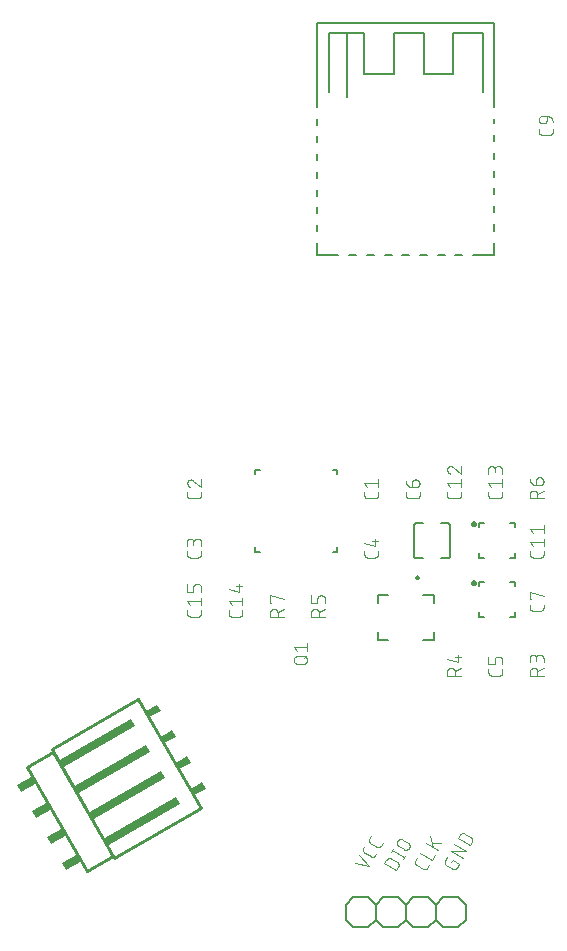
<source format=gto>
G04 EAGLE Gerber RS-274X export*
G75*
%MOMM*%
%FSLAX34Y34*%
%LPD*%
%INTop Silkscreen*%
%IPPOS*%
%AMOC8*
5,1,8,0,0,1.08239X$1,22.5*%
G01*
%ADD10C,0.101600*%
%ADD11C,0.150000*%
%ADD12C,0.127000*%
%ADD13C,0.250000*%
%ADD14C,0.200000*%
%ADD15C,0.152400*%
%ADD16C,0.254000*%
%ADD17R,0.600000X1.150000*%
%ADD18R,0.640000X7.120000*%
%ADD19R,0.640000X1.520000*%


D10*
X526464Y127874D02*
X527438Y129561D01*
X533060Y126315D01*
X531112Y122943D01*
X531061Y122858D01*
X531006Y122775D01*
X530949Y122694D01*
X530888Y122615D01*
X530824Y122539D01*
X530757Y122465D01*
X530688Y122394D01*
X530616Y122325D01*
X530541Y122259D01*
X530464Y122197D01*
X530385Y122137D01*
X530303Y122080D01*
X530219Y122027D01*
X530133Y121976D01*
X530046Y121929D01*
X529956Y121886D01*
X529865Y121846D01*
X529773Y121809D01*
X529679Y121776D01*
X529584Y121747D01*
X529488Y121721D01*
X529391Y121699D01*
X529293Y121681D01*
X529195Y121666D01*
X529096Y121655D01*
X528997Y121648D01*
X528897Y121645D01*
X528798Y121646D01*
X528698Y121650D01*
X528599Y121659D01*
X528500Y121671D01*
X528402Y121686D01*
X528305Y121706D01*
X528208Y121729D01*
X528112Y121756D01*
X528018Y121787D01*
X527924Y121821D01*
X527832Y121859D01*
X527742Y121900D01*
X527653Y121945D01*
X527566Y121993D01*
X527565Y121992D02*
X521944Y125238D01*
X521859Y125289D01*
X521776Y125344D01*
X521695Y125401D01*
X521616Y125462D01*
X521540Y125526D01*
X521466Y125593D01*
X521395Y125662D01*
X521326Y125734D01*
X521260Y125809D01*
X521198Y125886D01*
X521138Y125965D01*
X521081Y126047D01*
X521028Y126131D01*
X520977Y126217D01*
X520930Y126304D01*
X520887Y126394D01*
X520847Y126485D01*
X520810Y126577D01*
X520777Y126671D01*
X520748Y126766D01*
X520722Y126862D01*
X520700Y126959D01*
X520682Y127057D01*
X520667Y127155D01*
X520656Y127254D01*
X520649Y127353D01*
X520646Y127453D01*
X520647Y127552D01*
X520651Y127652D01*
X520660Y127751D01*
X520672Y127849D01*
X520687Y127948D01*
X520707Y128045D01*
X520730Y128142D01*
X520757Y128238D01*
X520788Y128332D01*
X520822Y128426D01*
X520860Y128518D01*
X520901Y128608D01*
X520946Y128697D01*
X520994Y128784D01*
X520994Y128785D02*
X522941Y132157D01*
X525791Y137094D02*
X535910Y131252D01*
X539156Y136874D02*
X525791Y137094D01*
X529037Y142716D02*
X539156Y136874D01*
X542006Y141811D02*
X531887Y147653D01*
X533510Y150464D01*
X533568Y150561D01*
X533630Y150656D01*
X533695Y150749D01*
X533763Y150839D01*
X533834Y150927D01*
X533909Y151013D01*
X533986Y151096D01*
X534066Y151176D01*
X534149Y151253D01*
X534235Y151328D01*
X534323Y151399D01*
X534413Y151467D01*
X534506Y151532D01*
X534601Y151594D01*
X534698Y151652D01*
X534797Y151707D01*
X534898Y151758D01*
X535001Y151806D01*
X535105Y151851D01*
X535211Y151891D01*
X535318Y151928D01*
X535426Y151961D01*
X535536Y151991D01*
X535646Y152016D01*
X535757Y152038D01*
X535869Y152055D01*
X535982Y152069D01*
X536095Y152079D01*
X536208Y152085D01*
X536321Y152087D01*
X536434Y152085D01*
X536547Y152079D01*
X536660Y152069D01*
X536773Y152055D01*
X536885Y152038D01*
X536996Y152016D01*
X537106Y151991D01*
X537216Y151961D01*
X537324Y151928D01*
X537431Y151891D01*
X537537Y151851D01*
X537641Y151806D01*
X537744Y151758D01*
X537845Y151707D01*
X537944Y151652D01*
X542441Y149055D01*
X542538Y148997D01*
X542633Y148935D01*
X542726Y148870D01*
X542816Y148802D01*
X542904Y148731D01*
X542990Y148656D01*
X543073Y148579D01*
X543153Y148499D01*
X543230Y148416D01*
X543305Y148330D01*
X543376Y148242D01*
X543444Y148152D01*
X543509Y148059D01*
X543571Y147964D01*
X543629Y147867D01*
X543684Y147768D01*
X543735Y147667D01*
X543783Y147564D01*
X543828Y147460D01*
X543868Y147354D01*
X543905Y147247D01*
X543938Y147139D01*
X543968Y147029D01*
X543993Y146919D01*
X544015Y146808D01*
X544032Y146696D01*
X544046Y146583D01*
X544056Y146470D01*
X544062Y146357D01*
X544064Y146244D01*
X544062Y146131D01*
X544056Y146018D01*
X544046Y145905D01*
X544032Y145792D01*
X544015Y145680D01*
X543993Y145569D01*
X543968Y145459D01*
X543938Y145349D01*
X543905Y145241D01*
X543868Y145134D01*
X543828Y145028D01*
X543783Y144924D01*
X543735Y144821D01*
X543684Y144720D01*
X543629Y144621D01*
X543629Y144622D02*
X542006Y141811D01*
X507410Y125191D02*
X506112Y122943D01*
X506061Y122858D01*
X506006Y122775D01*
X505949Y122694D01*
X505888Y122615D01*
X505824Y122539D01*
X505757Y122465D01*
X505688Y122394D01*
X505616Y122325D01*
X505541Y122259D01*
X505464Y122197D01*
X505385Y122137D01*
X505303Y122080D01*
X505219Y122027D01*
X505133Y121976D01*
X505045Y121929D01*
X504956Y121886D01*
X504865Y121846D01*
X504773Y121809D01*
X504679Y121776D01*
X504584Y121747D01*
X504488Y121721D01*
X504391Y121699D01*
X504293Y121681D01*
X504195Y121666D01*
X504096Y121655D01*
X503997Y121648D01*
X503897Y121645D01*
X503798Y121646D01*
X503698Y121650D01*
X503599Y121659D01*
X503500Y121671D01*
X503402Y121686D01*
X503305Y121706D01*
X503208Y121729D01*
X503112Y121756D01*
X503018Y121787D01*
X502924Y121821D01*
X502832Y121859D01*
X502742Y121900D01*
X502653Y121945D01*
X502566Y121993D01*
X502565Y121992D02*
X496944Y125238D01*
X496859Y125289D01*
X496776Y125344D01*
X496695Y125401D01*
X496616Y125462D01*
X496540Y125526D01*
X496466Y125593D01*
X496395Y125662D01*
X496326Y125734D01*
X496260Y125809D01*
X496198Y125886D01*
X496138Y125965D01*
X496081Y126047D01*
X496028Y126131D01*
X495977Y126217D01*
X495930Y126304D01*
X495887Y126394D01*
X495847Y126485D01*
X495810Y126577D01*
X495777Y126671D01*
X495748Y126766D01*
X495722Y126862D01*
X495700Y126959D01*
X495682Y127057D01*
X495667Y127155D01*
X495656Y127254D01*
X495649Y127353D01*
X495646Y127453D01*
X495647Y127552D01*
X495651Y127652D01*
X495660Y127751D01*
X495672Y127849D01*
X495687Y127948D01*
X495707Y128045D01*
X495730Y128142D01*
X495757Y128238D01*
X495788Y128332D01*
X495822Y128426D01*
X495860Y128518D01*
X495901Y128608D01*
X495946Y128697D01*
X495994Y128784D01*
X495994Y128785D02*
X497292Y131033D01*
X499676Y135163D02*
X509795Y129321D01*
X512391Y133818D01*
X514821Y138027D02*
X504703Y143869D01*
X507948Y149490D02*
X510886Y140299D01*
X509936Y143846D02*
X518067Y143648D01*
X479814Y120694D02*
X469695Y126536D01*
X471318Y129347D01*
X471376Y129444D01*
X471438Y129539D01*
X471503Y129632D01*
X471571Y129722D01*
X471642Y129810D01*
X471717Y129896D01*
X471794Y129979D01*
X471874Y130059D01*
X471957Y130136D01*
X472043Y130211D01*
X472131Y130282D01*
X472221Y130350D01*
X472314Y130415D01*
X472409Y130477D01*
X472506Y130535D01*
X472605Y130590D01*
X472706Y130641D01*
X472809Y130689D01*
X472913Y130734D01*
X473019Y130774D01*
X473126Y130811D01*
X473234Y130844D01*
X473344Y130874D01*
X473454Y130899D01*
X473565Y130921D01*
X473677Y130938D01*
X473790Y130952D01*
X473903Y130962D01*
X474016Y130968D01*
X474129Y130970D01*
X474242Y130968D01*
X474355Y130962D01*
X474468Y130952D01*
X474581Y130938D01*
X474693Y130921D01*
X474804Y130899D01*
X474914Y130874D01*
X475024Y130844D01*
X475132Y130811D01*
X475239Y130774D01*
X475345Y130734D01*
X475449Y130689D01*
X475552Y130641D01*
X475653Y130590D01*
X475752Y130535D01*
X480249Y127938D01*
X480346Y127880D01*
X480441Y127818D01*
X480534Y127753D01*
X480624Y127685D01*
X480712Y127614D01*
X480798Y127539D01*
X480881Y127462D01*
X480961Y127382D01*
X481038Y127299D01*
X481113Y127213D01*
X481184Y127125D01*
X481252Y127035D01*
X481317Y126942D01*
X481379Y126847D01*
X481437Y126750D01*
X481492Y126651D01*
X481543Y126550D01*
X481591Y126447D01*
X481636Y126343D01*
X481676Y126237D01*
X481713Y126130D01*
X481746Y126022D01*
X481776Y125912D01*
X481801Y125802D01*
X481823Y125691D01*
X481840Y125579D01*
X481854Y125466D01*
X481864Y125353D01*
X481870Y125240D01*
X481872Y125127D01*
X481870Y125014D01*
X481864Y124901D01*
X481854Y124788D01*
X481840Y124675D01*
X481823Y124563D01*
X481801Y124452D01*
X481776Y124342D01*
X481746Y124232D01*
X481713Y124124D01*
X481676Y124017D01*
X481636Y123911D01*
X481591Y123807D01*
X481543Y123704D01*
X481492Y123603D01*
X481437Y123504D01*
X481437Y123505D02*
X479814Y120694D01*
X486199Y131754D02*
X476081Y137596D01*
X485550Y130629D02*
X486848Y132878D01*
X476730Y138720D02*
X475432Y136471D01*
X481841Y141081D02*
X486338Y138484D01*
X481840Y141081D02*
X481743Y141139D01*
X481648Y141201D01*
X481555Y141266D01*
X481465Y141334D01*
X481377Y141405D01*
X481291Y141480D01*
X481208Y141557D01*
X481128Y141637D01*
X481051Y141720D01*
X480976Y141806D01*
X480905Y141894D01*
X480837Y141984D01*
X480772Y142077D01*
X480710Y142172D01*
X480652Y142269D01*
X480597Y142368D01*
X480546Y142469D01*
X480498Y142572D01*
X480453Y142676D01*
X480413Y142782D01*
X480376Y142889D01*
X480343Y142997D01*
X480313Y143107D01*
X480288Y143217D01*
X480266Y143328D01*
X480249Y143440D01*
X480235Y143553D01*
X480225Y143666D01*
X480219Y143779D01*
X480217Y143892D01*
X480219Y144005D01*
X480225Y144118D01*
X480235Y144231D01*
X480249Y144344D01*
X480266Y144456D01*
X480288Y144567D01*
X480313Y144677D01*
X480343Y144787D01*
X480376Y144895D01*
X480413Y145002D01*
X480453Y145108D01*
X480498Y145212D01*
X480546Y145315D01*
X480597Y145416D01*
X480652Y145515D01*
X480710Y145612D01*
X480772Y145707D01*
X480837Y145800D01*
X480905Y145890D01*
X480976Y145978D01*
X481051Y146064D01*
X481128Y146147D01*
X481208Y146227D01*
X481291Y146304D01*
X481377Y146379D01*
X481465Y146450D01*
X481555Y146518D01*
X481648Y146583D01*
X481743Y146645D01*
X481840Y146703D01*
X481939Y146758D01*
X482040Y146809D01*
X482143Y146857D01*
X482247Y146902D01*
X482353Y146942D01*
X482460Y146979D01*
X482568Y147012D01*
X482678Y147042D01*
X482788Y147067D01*
X482899Y147089D01*
X483011Y147106D01*
X483124Y147120D01*
X483237Y147130D01*
X483350Y147136D01*
X483463Y147138D01*
X483576Y147136D01*
X483689Y147130D01*
X483802Y147120D01*
X483915Y147106D01*
X484027Y147089D01*
X484138Y147067D01*
X484248Y147042D01*
X484358Y147012D01*
X484466Y146979D01*
X484573Y146942D01*
X484679Y146902D01*
X484783Y146857D01*
X484886Y146809D01*
X484987Y146758D01*
X485086Y146703D01*
X485086Y146702D02*
X489583Y144106D01*
X489584Y144106D02*
X489681Y144048D01*
X489776Y143986D01*
X489869Y143921D01*
X489959Y143853D01*
X490047Y143782D01*
X490133Y143707D01*
X490216Y143630D01*
X490296Y143550D01*
X490373Y143467D01*
X490448Y143381D01*
X490519Y143293D01*
X490587Y143203D01*
X490652Y143110D01*
X490714Y143015D01*
X490772Y142918D01*
X490827Y142819D01*
X490878Y142718D01*
X490926Y142615D01*
X490971Y142511D01*
X491011Y142405D01*
X491048Y142298D01*
X491081Y142190D01*
X491111Y142080D01*
X491136Y141970D01*
X491158Y141859D01*
X491175Y141747D01*
X491189Y141634D01*
X491199Y141521D01*
X491205Y141408D01*
X491207Y141295D01*
X491205Y141182D01*
X491199Y141069D01*
X491189Y140956D01*
X491175Y140843D01*
X491158Y140731D01*
X491136Y140620D01*
X491111Y140510D01*
X491081Y140400D01*
X491048Y140292D01*
X491011Y140185D01*
X490971Y140079D01*
X490926Y139975D01*
X490878Y139872D01*
X490827Y139771D01*
X490772Y139672D01*
X490714Y139575D01*
X490652Y139480D01*
X490587Y139387D01*
X490519Y139297D01*
X490448Y139209D01*
X490373Y139123D01*
X490296Y139040D01*
X490216Y138960D01*
X490133Y138883D01*
X490047Y138808D01*
X489959Y138737D01*
X489869Y138669D01*
X489776Y138604D01*
X489681Y138542D01*
X489584Y138484D01*
X489485Y138429D01*
X489384Y138378D01*
X489281Y138330D01*
X489177Y138285D01*
X489071Y138245D01*
X488964Y138208D01*
X488856Y138175D01*
X488746Y138145D01*
X488636Y138120D01*
X488525Y138098D01*
X488413Y138081D01*
X488300Y138067D01*
X488187Y138057D01*
X488074Y138051D01*
X487961Y138049D01*
X487848Y138051D01*
X487735Y138057D01*
X487622Y138067D01*
X487509Y138081D01*
X487397Y138098D01*
X487286Y138120D01*
X487176Y138145D01*
X487066Y138175D01*
X486958Y138208D01*
X486851Y138245D01*
X486745Y138285D01*
X486641Y138330D01*
X486538Y138378D01*
X486437Y138429D01*
X486338Y138484D01*
X456761Y124067D02*
X444695Y126536D01*
X448590Y133282D02*
X456761Y124067D01*
X462135Y133375D02*
X463433Y135623D01*
X462135Y133375D02*
X462084Y133290D01*
X462029Y133207D01*
X461972Y133126D01*
X461911Y133047D01*
X461847Y132971D01*
X461780Y132897D01*
X461711Y132826D01*
X461639Y132757D01*
X461564Y132691D01*
X461487Y132629D01*
X461408Y132569D01*
X461326Y132512D01*
X461242Y132459D01*
X461156Y132408D01*
X461068Y132361D01*
X460979Y132318D01*
X460888Y132278D01*
X460796Y132241D01*
X460702Y132208D01*
X460607Y132179D01*
X460511Y132153D01*
X460414Y132131D01*
X460316Y132113D01*
X460218Y132098D01*
X460119Y132087D01*
X460020Y132080D01*
X459920Y132077D01*
X459821Y132078D01*
X459721Y132082D01*
X459622Y132091D01*
X459523Y132103D01*
X459425Y132118D01*
X459328Y132138D01*
X459231Y132161D01*
X459135Y132188D01*
X459041Y132219D01*
X458947Y132253D01*
X458855Y132291D01*
X458765Y132332D01*
X458676Y132377D01*
X458589Y132425D01*
X458588Y132424D02*
X452967Y135670D01*
X452882Y135721D01*
X452799Y135776D01*
X452718Y135833D01*
X452639Y135894D01*
X452563Y135958D01*
X452489Y136025D01*
X452418Y136094D01*
X452349Y136166D01*
X452283Y136241D01*
X452221Y136318D01*
X452161Y136397D01*
X452104Y136479D01*
X452051Y136563D01*
X452000Y136649D01*
X451953Y136736D01*
X451910Y136826D01*
X451870Y136917D01*
X451833Y137009D01*
X451800Y137103D01*
X451771Y137198D01*
X451745Y137294D01*
X451723Y137391D01*
X451705Y137489D01*
X451690Y137587D01*
X451679Y137686D01*
X451672Y137785D01*
X451669Y137885D01*
X451670Y137984D01*
X451674Y138084D01*
X451683Y138183D01*
X451695Y138281D01*
X451710Y138380D01*
X451730Y138477D01*
X451753Y138574D01*
X451780Y138670D01*
X451811Y138764D01*
X451845Y138858D01*
X451883Y138950D01*
X451924Y139040D01*
X451969Y139129D01*
X452017Y139216D01*
X452017Y139217D02*
X453315Y141465D01*
X466898Y141623D02*
X468196Y143872D01*
X466897Y141624D02*
X466846Y141539D01*
X466791Y141456D01*
X466734Y141375D01*
X466673Y141296D01*
X466609Y141220D01*
X466542Y141146D01*
X466473Y141075D01*
X466401Y141006D01*
X466326Y140940D01*
X466249Y140878D01*
X466170Y140818D01*
X466088Y140761D01*
X466004Y140708D01*
X465918Y140657D01*
X465830Y140610D01*
X465741Y140567D01*
X465650Y140527D01*
X465558Y140490D01*
X465464Y140457D01*
X465369Y140428D01*
X465273Y140402D01*
X465176Y140380D01*
X465078Y140362D01*
X464980Y140347D01*
X464881Y140336D01*
X464782Y140329D01*
X464682Y140326D01*
X464583Y140327D01*
X464483Y140331D01*
X464384Y140340D01*
X464285Y140352D01*
X464187Y140367D01*
X464090Y140387D01*
X463993Y140410D01*
X463897Y140437D01*
X463803Y140468D01*
X463709Y140502D01*
X463617Y140540D01*
X463527Y140581D01*
X463438Y140626D01*
X463351Y140674D01*
X463351Y140673D02*
X457729Y143919D01*
X457730Y143919D02*
X457645Y143970D01*
X457562Y144025D01*
X457481Y144082D01*
X457402Y144143D01*
X457326Y144207D01*
X457252Y144274D01*
X457181Y144343D01*
X457112Y144415D01*
X457046Y144490D01*
X456984Y144567D01*
X456924Y144646D01*
X456867Y144728D01*
X456814Y144812D01*
X456763Y144898D01*
X456716Y144985D01*
X456673Y145075D01*
X456633Y145166D01*
X456596Y145258D01*
X456563Y145352D01*
X456534Y145447D01*
X456508Y145543D01*
X456486Y145640D01*
X456468Y145738D01*
X456453Y145836D01*
X456442Y145935D01*
X456435Y146034D01*
X456432Y146134D01*
X456433Y146233D01*
X456437Y146333D01*
X456446Y146432D01*
X456458Y146530D01*
X456473Y146629D01*
X456493Y146726D01*
X456516Y146823D01*
X456543Y146919D01*
X456574Y147013D01*
X456608Y147107D01*
X456646Y147199D01*
X456687Y147289D01*
X456732Y147378D01*
X456780Y147465D01*
X456779Y147465D02*
X458077Y149714D01*
D11*
X412860Y642000D02*
X412860Y652000D01*
X562860Y652000D02*
X562860Y642000D01*
X544860Y642000D01*
X430860Y642000D02*
X412860Y642000D01*
X439860Y642000D02*
X445860Y642000D01*
X454860Y642000D02*
X460860Y642000D01*
X469860Y642000D02*
X475860Y642000D01*
X484860Y642000D02*
X490860Y642000D01*
X499860Y642000D02*
X505860Y642000D01*
X514860Y642000D02*
X520860Y642000D01*
X529860Y642000D02*
X535860Y642000D01*
X412860Y767000D02*
X412860Y838000D01*
X562860Y838000D02*
X562860Y767000D01*
X562860Y838000D02*
X412860Y838000D01*
X562860Y668000D02*
X562860Y662000D01*
X562860Y678000D02*
X562860Y683000D01*
X562860Y693000D02*
X562860Y698000D01*
X562860Y708000D02*
X562860Y713000D01*
X562860Y723000D02*
X562860Y728000D01*
X562860Y738000D02*
X562860Y743000D01*
X562860Y753000D02*
X562860Y757000D01*
X412860Y667000D02*
X412860Y662000D01*
X412860Y677000D02*
X412860Y682000D01*
X412860Y692000D02*
X412860Y697000D01*
X412860Y707000D02*
X412860Y712000D01*
X412860Y722000D02*
X412860Y727000D01*
X412860Y737000D02*
X412860Y742000D01*
X412860Y752000D02*
X412860Y757000D01*
X422860Y780000D02*
X422860Y830000D01*
X437860Y830000D01*
X437860Y775000D01*
X437860Y830000D02*
X452860Y830000D01*
X452860Y795000D01*
X477860Y795000D01*
X477860Y830000D01*
X502860Y830000D01*
X502860Y795000D01*
X527860Y795000D01*
X527860Y830000D01*
X552860Y830000D01*
X552860Y780000D01*
D12*
X364000Y390000D02*
X360000Y390000D01*
X360000Y394000D01*
X430000Y394000D02*
X430000Y390000D01*
X426000Y390000D01*
X426000Y460000D02*
X430000Y460000D01*
X430000Y456000D01*
X360000Y456000D02*
X360000Y460000D01*
X364000Y460000D01*
D10*
X464492Y440701D02*
X464492Y438104D01*
X464490Y438005D01*
X464484Y437905D01*
X464475Y437806D01*
X464462Y437708D01*
X464445Y437610D01*
X464424Y437512D01*
X464399Y437416D01*
X464371Y437321D01*
X464339Y437227D01*
X464304Y437134D01*
X464265Y437042D01*
X464222Y436952D01*
X464177Y436864D01*
X464127Y436777D01*
X464075Y436693D01*
X464019Y436610D01*
X463961Y436530D01*
X463899Y436452D01*
X463834Y436377D01*
X463766Y436304D01*
X463696Y436234D01*
X463623Y436166D01*
X463548Y436101D01*
X463470Y436039D01*
X463390Y435981D01*
X463307Y435925D01*
X463223Y435873D01*
X463136Y435823D01*
X463048Y435778D01*
X462958Y435735D01*
X462866Y435696D01*
X462773Y435661D01*
X462679Y435629D01*
X462584Y435601D01*
X462488Y435576D01*
X462390Y435555D01*
X462292Y435538D01*
X462194Y435525D01*
X462095Y435516D01*
X461995Y435510D01*
X461896Y435508D01*
X455404Y435508D01*
X455305Y435510D01*
X455205Y435516D01*
X455106Y435525D01*
X455008Y435538D01*
X454910Y435556D01*
X454812Y435576D01*
X454716Y435601D01*
X454620Y435629D01*
X454526Y435661D01*
X454433Y435696D01*
X454342Y435735D01*
X454252Y435778D01*
X454163Y435823D01*
X454077Y435873D01*
X453992Y435925D01*
X453910Y435981D01*
X453830Y436040D01*
X453752Y436101D01*
X453676Y436166D01*
X453603Y436234D01*
X453533Y436304D01*
X453465Y436377D01*
X453400Y436453D01*
X453339Y436531D01*
X453280Y436611D01*
X453224Y436693D01*
X453172Y436778D01*
X453123Y436864D01*
X453077Y436953D01*
X453034Y437043D01*
X452995Y437134D01*
X452960Y437227D01*
X452928Y437321D01*
X452900Y437417D01*
X452875Y437513D01*
X452855Y437611D01*
X452837Y437709D01*
X452824Y437807D01*
X452815Y437906D01*
X452809Y438005D01*
X452807Y438105D01*
X452808Y438104D02*
X452808Y440701D01*
X455404Y445066D02*
X452808Y448312D01*
X464492Y448312D01*
X464492Y451557D02*
X464492Y445066D01*
X314492Y440701D02*
X314492Y438104D01*
X314490Y438005D01*
X314484Y437905D01*
X314475Y437806D01*
X314462Y437708D01*
X314445Y437610D01*
X314424Y437512D01*
X314399Y437416D01*
X314371Y437321D01*
X314339Y437227D01*
X314304Y437134D01*
X314265Y437042D01*
X314222Y436952D01*
X314177Y436864D01*
X314127Y436777D01*
X314075Y436693D01*
X314019Y436610D01*
X313961Y436530D01*
X313899Y436452D01*
X313834Y436377D01*
X313766Y436304D01*
X313696Y436234D01*
X313623Y436166D01*
X313548Y436101D01*
X313470Y436039D01*
X313390Y435981D01*
X313307Y435925D01*
X313223Y435873D01*
X313136Y435823D01*
X313048Y435778D01*
X312958Y435735D01*
X312866Y435696D01*
X312773Y435661D01*
X312679Y435629D01*
X312584Y435601D01*
X312488Y435576D01*
X312390Y435555D01*
X312292Y435538D01*
X312194Y435525D01*
X312095Y435516D01*
X311995Y435510D01*
X311896Y435508D01*
X305404Y435508D01*
X305305Y435510D01*
X305205Y435516D01*
X305106Y435525D01*
X305008Y435538D01*
X304910Y435556D01*
X304812Y435576D01*
X304716Y435601D01*
X304620Y435629D01*
X304526Y435661D01*
X304433Y435696D01*
X304342Y435735D01*
X304252Y435778D01*
X304163Y435823D01*
X304077Y435873D01*
X303992Y435925D01*
X303910Y435981D01*
X303830Y436040D01*
X303752Y436101D01*
X303676Y436166D01*
X303603Y436234D01*
X303533Y436304D01*
X303465Y436377D01*
X303400Y436453D01*
X303339Y436531D01*
X303280Y436611D01*
X303224Y436693D01*
X303172Y436778D01*
X303123Y436864D01*
X303077Y436953D01*
X303034Y437043D01*
X302995Y437134D01*
X302960Y437227D01*
X302928Y437321D01*
X302900Y437417D01*
X302875Y437513D01*
X302855Y437611D01*
X302837Y437709D01*
X302824Y437807D01*
X302815Y437906D01*
X302809Y438005D01*
X302807Y438105D01*
X302808Y438104D02*
X302808Y440701D01*
X302808Y448636D02*
X302810Y448743D01*
X302816Y448849D01*
X302826Y448955D01*
X302839Y449061D01*
X302857Y449167D01*
X302878Y449271D01*
X302903Y449375D01*
X302932Y449478D01*
X302964Y449579D01*
X303001Y449679D01*
X303041Y449778D01*
X303084Y449876D01*
X303131Y449972D01*
X303182Y450066D01*
X303236Y450158D01*
X303293Y450248D01*
X303353Y450336D01*
X303417Y450421D01*
X303484Y450504D01*
X303554Y450585D01*
X303626Y450663D01*
X303702Y450739D01*
X303780Y450811D01*
X303861Y450881D01*
X303944Y450948D01*
X304029Y451012D01*
X304117Y451072D01*
X304207Y451129D01*
X304299Y451183D01*
X304393Y451234D01*
X304489Y451281D01*
X304587Y451324D01*
X304686Y451364D01*
X304786Y451401D01*
X304887Y451433D01*
X304990Y451462D01*
X305094Y451487D01*
X305198Y451508D01*
X305304Y451526D01*
X305410Y451539D01*
X305516Y451549D01*
X305622Y451555D01*
X305729Y451557D01*
X302808Y448636D02*
X302810Y448515D01*
X302816Y448394D01*
X302826Y448274D01*
X302839Y448153D01*
X302857Y448034D01*
X302878Y447914D01*
X302903Y447796D01*
X302932Y447679D01*
X302965Y447562D01*
X303001Y447447D01*
X303042Y447333D01*
X303085Y447220D01*
X303133Y447108D01*
X303184Y446999D01*
X303239Y446891D01*
X303297Y446784D01*
X303358Y446680D01*
X303423Y446578D01*
X303491Y446478D01*
X303562Y446380D01*
X303636Y446284D01*
X303713Y446191D01*
X303794Y446101D01*
X303877Y446013D01*
X303963Y445928D01*
X304052Y445845D01*
X304143Y445766D01*
X304237Y445689D01*
X304333Y445616D01*
X304431Y445546D01*
X304532Y445479D01*
X304635Y445415D01*
X304740Y445355D01*
X304847Y445297D01*
X304955Y445244D01*
X305065Y445194D01*
X305177Y445148D01*
X305290Y445105D01*
X305405Y445066D01*
X308001Y450583D02*
X307923Y450662D01*
X307843Y450738D01*
X307760Y450811D01*
X307674Y450881D01*
X307587Y450948D01*
X307496Y451012D01*
X307404Y451072D01*
X307310Y451130D01*
X307213Y451184D01*
X307115Y451234D01*
X307015Y451281D01*
X306914Y451325D01*
X306811Y451365D01*
X306706Y451401D01*
X306601Y451433D01*
X306494Y451462D01*
X306387Y451487D01*
X306278Y451509D01*
X306169Y451526D01*
X306060Y451540D01*
X305950Y451549D01*
X305839Y451555D01*
X305729Y451557D01*
X308001Y450584D02*
X314492Y445066D01*
X314492Y451557D01*
X314492Y390701D02*
X314492Y388104D01*
X314490Y388005D01*
X314484Y387905D01*
X314475Y387806D01*
X314462Y387708D01*
X314445Y387610D01*
X314424Y387512D01*
X314399Y387416D01*
X314371Y387321D01*
X314339Y387227D01*
X314304Y387134D01*
X314265Y387042D01*
X314222Y386952D01*
X314177Y386864D01*
X314127Y386777D01*
X314075Y386693D01*
X314019Y386610D01*
X313961Y386530D01*
X313899Y386452D01*
X313834Y386377D01*
X313766Y386304D01*
X313696Y386234D01*
X313623Y386166D01*
X313548Y386101D01*
X313470Y386039D01*
X313390Y385981D01*
X313307Y385925D01*
X313223Y385873D01*
X313136Y385823D01*
X313048Y385778D01*
X312958Y385735D01*
X312866Y385696D01*
X312773Y385661D01*
X312679Y385629D01*
X312584Y385601D01*
X312488Y385576D01*
X312390Y385555D01*
X312292Y385538D01*
X312194Y385525D01*
X312095Y385516D01*
X311995Y385510D01*
X311896Y385508D01*
X305404Y385508D01*
X305305Y385510D01*
X305205Y385516D01*
X305106Y385525D01*
X305008Y385538D01*
X304910Y385556D01*
X304812Y385576D01*
X304716Y385601D01*
X304620Y385629D01*
X304526Y385661D01*
X304433Y385696D01*
X304342Y385735D01*
X304252Y385778D01*
X304163Y385823D01*
X304077Y385873D01*
X303992Y385925D01*
X303910Y385981D01*
X303830Y386040D01*
X303752Y386101D01*
X303676Y386166D01*
X303603Y386234D01*
X303533Y386304D01*
X303465Y386377D01*
X303400Y386453D01*
X303339Y386531D01*
X303280Y386611D01*
X303224Y386693D01*
X303172Y386778D01*
X303123Y386864D01*
X303077Y386953D01*
X303034Y387043D01*
X302995Y387134D01*
X302960Y387227D01*
X302928Y387321D01*
X302900Y387417D01*
X302875Y387513D01*
X302855Y387611D01*
X302837Y387709D01*
X302824Y387807D01*
X302815Y387906D01*
X302809Y388005D01*
X302807Y388105D01*
X302808Y388104D02*
X302808Y390701D01*
X314492Y395066D02*
X314492Y398312D01*
X314490Y398425D01*
X314484Y398538D01*
X314474Y398651D01*
X314460Y398764D01*
X314443Y398876D01*
X314421Y398987D01*
X314396Y399097D01*
X314366Y399207D01*
X314333Y399315D01*
X314296Y399422D01*
X314256Y399528D01*
X314211Y399632D01*
X314163Y399735D01*
X314112Y399836D01*
X314057Y399935D01*
X313999Y400032D01*
X313937Y400127D01*
X313872Y400220D01*
X313804Y400310D01*
X313733Y400398D01*
X313658Y400484D01*
X313581Y400567D01*
X313501Y400647D01*
X313418Y400724D01*
X313332Y400799D01*
X313244Y400870D01*
X313154Y400938D01*
X313061Y401003D01*
X312966Y401065D01*
X312869Y401123D01*
X312770Y401178D01*
X312669Y401229D01*
X312566Y401277D01*
X312462Y401322D01*
X312356Y401362D01*
X312249Y401399D01*
X312141Y401432D01*
X312031Y401462D01*
X311921Y401487D01*
X311810Y401509D01*
X311698Y401526D01*
X311585Y401540D01*
X311472Y401550D01*
X311359Y401556D01*
X311246Y401558D01*
X311133Y401556D01*
X311020Y401550D01*
X310907Y401540D01*
X310794Y401526D01*
X310682Y401509D01*
X310571Y401487D01*
X310461Y401462D01*
X310351Y401432D01*
X310243Y401399D01*
X310136Y401362D01*
X310030Y401322D01*
X309926Y401277D01*
X309823Y401229D01*
X309722Y401178D01*
X309623Y401123D01*
X309526Y401065D01*
X309431Y401003D01*
X309338Y400938D01*
X309248Y400870D01*
X309160Y400799D01*
X309074Y400724D01*
X308991Y400647D01*
X308911Y400567D01*
X308834Y400484D01*
X308759Y400398D01*
X308688Y400310D01*
X308620Y400220D01*
X308555Y400127D01*
X308493Y400032D01*
X308435Y399935D01*
X308380Y399836D01*
X308329Y399735D01*
X308281Y399632D01*
X308236Y399528D01*
X308196Y399422D01*
X308159Y399315D01*
X308126Y399207D01*
X308096Y399097D01*
X308071Y398987D01*
X308049Y398876D01*
X308032Y398764D01*
X308018Y398651D01*
X308008Y398538D01*
X308002Y398425D01*
X308000Y398312D01*
X302808Y398961D02*
X302808Y395066D01*
X302808Y398961D02*
X302810Y399062D01*
X302816Y399162D01*
X302826Y399262D01*
X302839Y399362D01*
X302857Y399461D01*
X302878Y399560D01*
X302903Y399657D01*
X302932Y399754D01*
X302965Y399849D01*
X303001Y399943D01*
X303041Y400035D01*
X303084Y400126D01*
X303131Y400215D01*
X303181Y400302D01*
X303235Y400388D01*
X303292Y400471D01*
X303352Y400551D01*
X303415Y400630D01*
X303482Y400706D01*
X303551Y400779D01*
X303623Y400849D01*
X303697Y400917D01*
X303774Y400982D01*
X303854Y401043D01*
X303936Y401102D01*
X304020Y401157D01*
X304106Y401209D01*
X304194Y401258D01*
X304284Y401303D01*
X304376Y401345D01*
X304469Y401383D01*
X304564Y401417D01*
X304659Y401448D01*
X304756Y401475D01*
X304854Y401498D01*
X304953Y401518D01*
X305053Y401533D01*
X305153Y401545D01*
X305253Y401553D01*
X305354Y401557D01*
X305454Y401557D01*
X305555Y401553D01*
X305655Y401545D01*
X305755Y401533D01*
X305855Y401518D01*
X305954Y401498D01*
X306052Y401475D01*
X306149Y401448D01*
X306244Y401417D01*
X306339Y401383D01*
X306432Y401345D01*
X306524Y401303D01*
X306614Y401258D01*
X306702Y401209D01*
X306788Y401157D01*
X306872Y401102D01*
X306954Y401043D01*
X307034Y400982D01*
X307111Y400917D01*
X307185Y400849D01*
X307257Y400779D01*
X307326Y400706D01*
X307393Y400630D01*
X307456Y400551D01*
X307516Y400471D01*
X307573Y400388D01*
X307627Y400302D01*
X307677Y400215D01*
X307724Y400126D01*
X307767Y400035D01*
X307807Y399943D01*
X307843Y399849D01*
X307876Y399754D01*
X307905Y399657D01*
X307930Y399560D01*
X307951Y399461D01*
X307969Y399362D01*
X307982Y399262D01*
X307992Y399162D01*
X307998Y399062D01*
X308000Y398961D01*
X308001Y398961D02*
X308001Y396364D01*
X464492Y390701D02*
X464492Y388104D01*
X464490Y388005D01*
X464484Y387905D01*
X464475Y387806D01*
X464462Y387708D01*
X464445Y387610D01*
X464424Y387512D01*
X464399Y387416D01*
X464371Y387321D01*
X464339Y387227D01*
X464304Y387134D01*
X464265Y387042D01*
X464222Y386952D01*
X464177Y386864D01*
X464127Y386777D01*
X464075Y386693D01*
X464019Y386610D01*
X463961Y386530D01*
X463899Y386452D01*
X463834Y386377D01*
X463766Y386304D01*
X463696Y386234D01*
X463623Y386166D01*
X463548Y386101D01*
X463470Y386039D01*
X463390Y385981D01*
X463307Y385925D01*
X463223Y385873D01*
X463136Y385823D01*
X463048Y385778D01*
X462958Y385735D01*
X462866Y385696D01*
X462773Y385661D01*
X462679Y385629D01*
X462584Y385601D01*
X462488Y385576D01*
X462390Y385555D01*
X462292Y385538D01*
X462194Y385525D01*
X462095Y385516D01*
X461995Y385510D01*
X461896Y385508D01*
X455404Y385508D01*
X455305Y385510D01*
X455205Y385516D01*
X455106Y385525D01*
X455008Y385538D01*
X454910Y385556D01*
X454812Y385576D01*
X454716Y385601D01*
X454620Y385629D01*
X454526Y385661D01*
X454433Y385696D01*
X454342Y385735D01*
X454252Y385778D01*
X454163Y385823D01*
X454077Y385873D01*
X453992Y385925D01*
X453910Y385981D01*
X453830Y386040D01*
X453752Y386101D01*
X453676Y386166D01*
X453603Y386234D01*
X453533Y386304D01*
X453465Y386377D01*
X453400Y386453D01*
X453339Y386531D01*
X453280Y386611D01*
X453224Y386693D01*
X453172Y386778D01*
X453123Y386864D01*
X453077Y386953D01*
X453034Y387043D01*
X452995Y387134D01*
X452960Y387227D01*
X452928Y387321D01*
X452900Y387417D01*
X452875Y387513D01*
X452855Y387611D01*
X452837Y387709D01*
X452824Y387807D01*
X452815Y387906D01*
X452809Y388005D01*
X452807Y388105D01*
X452808Y388104D02*
X452808Y390701D01*
X452808Y397663D02*
X461896Y395066D01*
X461896Y401557D01*
X459299Y399610D02*
X464492Y399610D01*
D12*
X550000Y365000D02*
X550000Y361000D01*
X550000Y365000D02*
X554000Y365000D01*
X576000Y365000D02*
X580000Y365000D01*
X580000Y361000D01*
X550000Y339000D02*
X550000Y335000D01*
X554000Y335000D01*
X576000Y335000D02*
X580000Y335000D01*
X580000Y339000D01*
D13*
X543750Y364000D02*
X543752Y364070D01*
X543758Y364140D01*
X543768Y364209D01*
X543781Y364278D01*
X543799Y364346D01*
X543820Y364413D01*
X543845Y364478D01*
X543874Y364542D01*
X543906Y364605D01*
X543942Y364665D01*
X543981Y364723D01*
X544023Y364779D01*
X544068Y364833D01*
X544116Y364884D01*
X544167Y364932D01*
X544221Y364977D01*
X544277Y365019D01*
X544335Y365058D01*
X544395Y365094D01*
X544458Y365126D01*
X544522Y365155D01*
X544587Y365180D01*
X544654Y365201D01*
X544722Y365219D01*
X544791Y365232D01*
X544860Y365242D01*
X544930Y365248D01*
X545000Y365250D01*
X545070Y365248D01*
X545140Y365242D01*
X545209Y365232D01*
X545278Y365219D01*
X545346Y365201D01*
X545413Y365180D01*
X545478Y365155D01*
X545542Y365126D01*
X545605Y365094D01*
X545665Y365058D01*
X545723Y365019D01*
X545779Y364977D01*
X545833Y364932D01*
X545884Y364884D01*
X545932Y364833D01*
X545977Y364779D01*
X546019Y364723D01*
X546058Y364665D01*
X546094Y364605D01*
X546126Y364542D01*
X546155Y364478D01*
X546180Y364413D01*
X546201Y364346D01*
X546219Y364278D01*
X546232Y364209D01*
X546242Y364140D01*
X546248Y364070D01*
X546250Y364000D01*
X546248Y363930D01*
X546242Y363860D01*
X546232Y363791D01*
X546219Y363722D01*
X546201Y363654D01*
X546180Y363587D01*
X546155Y363522D01*
X546126Y363458D01*
X546094Y363395D01*
X546058Y363335D01*
X546019Y363277D01*
X545977Y363221D01*
X545932Y363167D01*
X545884Y363116D01*
X545833Y363068D01*
X545779Y363023D01*
X545723Y362981D01*
X545665Y362942D01*
X545605Y362906D01*
X545542Y362874D01*
X545478Y362845D01*
X545413Y362820D01*
X545346Y362799D01*
X545278Y362781D01*
X545209Y362768D01*
X545140Y362758D01*
X545070Y362752D01*
X545000Y362750D01*
X544930Y362752D01*
X544860Y362758D01*
X544791Y362768D01*
X544722Y362781D01*
X544654Y362799D01*
X544587Y362820D01*
X544522Y362845D01*
X544458Y362874D01*
X544395Y362906D01*
X544335Y362942D01*
X544277Y362981D01*
X544221Y363023D01*
X544167Y363068D01*
X544116Y363116D01*
X544068Y363167D01*
X544023Y363221D01*
X543981Y363277D01*
X543942Y363335D01*
X543906Y363395D01*
X543874Y363458D01*
X543845Y363522D01*
X543820Y363587D01*
X543799Y363654D01*
X543781Y363722D01*
X543768Y363791D01*
X543758Y363860D01*
X543752Y363930D01*
X543750Y364000D01*
D10*
X569492Y290701D02*
X569492Y288104D01*
X569490Y288005D01*
X569484Y287905D01*
X569475Y287806D01*
X569462Y287708D01*
X569445Y287610D01*
X569424Y287512D01*
X569399Y287416D01*
X569371Y287321D01*
X569339Y287227D01*
X569304Y287134D01*
X569265Y287042D01*
X569222Y286952D01*
X569177Y286864D01*
X569127Y286777D01*
X569075Y286693D01*
X569019Y286610D01*
X568961Y286530D01*
X568899Y286452D01*
X568834Y286377D01*
X568766Y286304D01*
X568696Y286234D01*
X568623Y286166D01*
X568548Y286101D01*
X568470Y286039D01*
X568390Y285981D01*
X568307Y285925D01*
X568223Y285873D01*
X568136Y285823D01*
X568048Y285778D01*
X567958Y285735D01*
X567866Y285696D01*
X567773Y285661D01*
X567679Y285629D01*
X567584Y285601D01*
X567488Y285576D01*
X567390Y285555D01*
X567292Y285538D01*
X567194Y285525D01*
X567095Y285516D01*
X566995Y285510D01*
X566896Y285508D01*
X560404Y285508D01*
X560305Y285510D01*
X560205Y285516D01*
X560106Y285525D01*
X560008Y285538D01*
X559910Y285556D01*
X559812Y285576D01*
X559716Y285601D01*
X559620Y285629D01*
X559526Y285661D01*
X559433Y285696D01*
X559342Y285735D01*
X559252Y285778D01*
X559163Y285823D01*
X559077Y285873D01*
X558992Y285925D01*
X558910Y285981D01*
X558830Y286040D01*
X558752Y286101D01*
X558676Y286166D01*
X558603Y286234D01*
X558533Y286304D01*
X558465Y286377D01*
X558400Y286453D01*
X558339Y286531D01*
X558280Y286611D01*
X558224Y286693D01*
X558172Y286778D01*
X558123Y286864D01*
X558077Y286953D01*
X558034Y287043D01*
X557995Y287134D01*
X557960Y287227D01*
X557928Y287321D01*
X557900Y287417D01*
X557875Y287513D01*
X557855Y287611D01*
X557837Y287709D01*
X557824Y287807D01*
X557815Y287906D01*
X557809Y288005D01*
X557807Y288105D01*
X557808Y288104D02*
X557808Y290701D01*
X569492Y295066D02*
X569492Y298961D01*
X569490Y299060D01*
X569484Y299160D01*
X569475Y299259D01*
X569462Y299357D01*
X569445Y299455D01*
X569424Y299553D01*
X569399Y299649D01*
X569371Y299744D01*
X569339Y299838D01*
X569304Y299931D01*
X569265Y300023D01*
X569222Y300113D01*
X569177Y300201D01*
X569127Y300288D01*
X569075Y300372D01*
X569019Y300455D01*
X568961Y300535D01*
X568899Y300613D01*
X568834Y300688D01*
X568766Y300761D01*
X568696Y300831D01*
X568623Y300899D01*
X568548Y300964D01*
X568470Y301026D01*
X568390Y301084D01*
X568307Y301140D01*
X568223Y301192D01*
X568136Y301242D01*
X568048Y301287D01*
X567958Y301330D01*
X567866Y301369D01*
X567773Y301404D01*
X567679Y301436D01*
X567584Y301464D01*
X567488Y301489D01*
X567390Y301510D01*
X567292Y301527D01*
X567194Y301540D01*
X567095Y301549D01*
X566995Y301555D01*
X566896Y301557D01*
X565597Y301557D01*
X565498Y301555D01*
X565398Y301549D01*
X565299Y301540D01*
X565201Y301527D01*
X565103Y301510D01*
X565005Y301489D01*
X564909Y301464D01*
X564814Y301436D01*
X564720Y301404D01*
X564627Y301369D01*
X564535Y301330D01*
X564445Y301287D01*
X564357Y301242D01*
X564270Y301192D01*
X564186Y301140D01*
X564103Y301084D01*
X564023Y301026D01*
X563945Y300964D01*
X563870Y300899D01*
X563797Y300831D01*
X563727Y300761D01*
X563659Y300688D01*
X563594Y300613D01*
X563532Y300535D01*
X563474Y300455D01*
X563418Y300372D01*
X563366Y300288D01*
X563316Y300201D01*
X563271Y300113D01*
X563228Y300023D01*
X563189Y299931D01*
X563154Y299838D01*
X563122Y299744D01*
X563094Y299649D01*
X563069Y299553D01*
X563048Y299455D01*
X563031Y299357D01*
X563018Y299259D01*
X563009Y299160D01*
X563003Y299060D01*
X563001Y298961D01*
X563001Y295066D01*
X557808Y295066D01*
X557808Y301557D01*
X592808Y285508D02*
X604492Y285508D01*
X592808Y285508D02*
X592808Y288754D01*
X592810Y288867D01*
X592816Y288980D01*
X592826Y289093D01*
X592840Y289206D01*
X592857Y289318D01*
X592879Y289429D01*
X592904Y289539D01*
X592934Y289649D01*
X592967Y289757D01*
X593004Y289864D01*
X593044Y289970D01*
X593089Y290074D01*
X593137Y290177D01*
X593188Y290278D01*
X593243Y290377D01*
X593301Y290474D01*
X593363Y290569D01*
X593428Y290662D01*
X593496Y290752D01*
X593567Y290840D01*
X593642Y290926D01*
X593719Y291009D01*
X593799Y291089D01*
X593882Y291166D01*
X593968Y291241D01*
X594056Y291312D01*
X594146Y291380D01*
X594239Y291445D01*
X594334Y291507D01*
X594431Y291565D01*
X594530Y291620D01*
X594631Y291671D01*
X594734Y291719D01*
X594838Y291764D01*
X594944Y291804D01*
X595051Y291841D01*
X595159Y291874D01*
X595269Y291904D01*
X595379Y291929D01*
X595490Y291951D01*
X595602Y291968D01*
X595715Y291982D01*
X595828Y291992D01*
X595941Y291998D01*
X596054Y292000D01*
X596167Y291998D01*
X596280Y291992D01*
X596393Y291982D01*
X596506Y291968D01*
X596618Y291951D01*
X596729Y291929D01*
X596839Y291904D01*
X596949Y291874D01*
X597057Y291841D01*
X597164Y291804D01*
X597270Y291764D01*
X597374Y291719D01*
X597477Y291671D01*
X597578Y291620D01*
X597677Y291565D01*
X597774Y291507D01*
X597869Y291445D01*
X597962Y291380D01*
X598052Y291312D01*
X598140Y291241D01*
X598226Y291166D01*
X598309Y291089D01*
X598389Y291009D01*
X598466Y290926D01*
X598541Y290840D01*
X598612Y290752D01*
X598680Y290662D01*
X598745Y290569D01*
X598807Y290474D01*
X598865Y290377D01*
X598920Y290278D01*
X598971Y290177D01*
X599019Y290074D01*
X599064Y289970D01*
X599104Y289864D01*
X599141Y289757D01*
X599174Y289649D01*
X599204Y289539D01*
X599229Y289429D01*
X599251Y289318D01*
X599268Y289206D01*
X599282Y289093D01*
X599292Y288980D01*
X599298Y288867D01*
X599300Y288754D01*
X599299Y288754D02*
X599299Y285508D01*
X599299Y289403D02*
X604492Y291999D01*
X604492Y296864D02*
X604492Y300110D01*
X604490Y300223D01*
X604484Y300336D01*
X604474Y300449D01*
X604460Y300562D01*
X604443Y300674D01*
X604421Y300785D01*
X604396Y300895D01*
X604366Y301005D01*
X604333Y301113D01*
X604296Y301220D01*
X604256Y301326D01*
X604211Y301430D01*
X604163Y301533D01*
X604112Y301634D01*
X604057Y301733D01*
X603999Y301830D01*
X603937Y301925D01*
X603872Y302018D01*
X603804Y302108D01*
X603733Y302196D01*
X603658Y302282D01*
X603581Y302365D01*
X603501Y302445D01*
X603418Y302522D01*
X603332Y302597D01*
X603244Y302668D01*
X603154Y302736D01*
X603061Y302801D01*
X602966Y302863D01*
X602869Y302921D01*
X602770Y302976D01*
X602669Y303027D01*
X602566Y303075D01*
X602462Y303120D01*
X602356Y303160D01*
X602249Y303197D01*
X602141Y303230D01*
X602031Y303260D01*
X601921Y303285D01*
X601810Y303307D01*
X601698Y303324D01*
X601585Y303338D01*
X601472Y303348D01*
X601359Y303354D01*
X601246Y303356D01*
X601133Y303354D01*
X601020Y303348D01*
X600907Y303338D01*
X600794Y303324D01*
X600682Y303307D01*
X600571Y303285D01*
X600461Y303260D01*
X600351Y303230D01*
X600243Y303197D01*
X600136Y303160D01*
X600030Y303120D01*
X599926Y303075D01*
X599823Y303027D01*
X599722Y302976D01*
X599623Y302921D01*
X599526Y302863D01*
X599431Y302801D01*
X599338Y302736D01*
X599248Y302668D01*
X599160Y302597D01*
X599074Y302522D01*
X598991Y302445D01*
X598911Y302365D01*
X598834Y302282D01*
X598759Y302196D01*
X598688Y302108D01*
X598620Y302018D01*
X598555Y301925D01*
X598493Y301830D01*
X598435Y301733D01*
X598380Y301634D01*
X598329Y301533D01*
X598281Y301430D01*
X598236Y301326D01*
X598196Y301220D01*
X598159Y301113D01*
X598126Y301005D01*
X598096Y300895D01*
X598071Y300785D01*
X598049Y300674D01*
X598032Y300562D01*
X598018Y300449D01*
X598008Y300336D01*
X598002Y300223D01*
X598000Y300110D01*
X592808Y300759D02*
X592808Y296864D01*
X592808Y300759D02*
X592810Y300860D01*
X592816Y300960D01*
X592826Y301060D01*
X592839Y301160D01*
X592857Y301259D01*
X592878Y301358D01*
X592903Y301455D01*
X592932Y301552D01*
X592965Y301647D01*
X593001Y301741D01*
X593041Y301833D01*
X593084Y301924D01*
X593131Y302013D01*
X593181Y302100D01*
X593235Y302186D01*
X593292Y302269D01*
X593352Y302349D01*
X593415Y302428D01*
X593482Y302504D01*
X593551Y302577D01*
X593623Y302647D01*
X593697Y302715D01*
X593774Y302780D01*
X593854Y302841D01*
X593936Y302900D01*
X594020Y302955D01*
X594106Y303007D01*
X594194Y303056D01*
X594284Y303101D01*
X594376Y303143D01*
X594469Y303181D01*
X594564Y303215D01*
X594659Y303246D01*
X594756Y303273D01*
X594854Y303296D01*
X594953Y303316D01*
X595053Y303331D01*
X595153Y303343D01*
X595253Y303351D01*
X595354Y303355D01*
X595454Y303355D01*
X595555Y303351D01*
X595655Y303343D01*
X595755Y303331D01*
X595855Y303316D01*
X595954Y303296D01*
X596052Y303273D01*
X596149Y303246D01*
X596244Y303215D01*
X596339Y303181D01*
X596432Y303143D01*
X596524Y303101D01*
X596614Y303056D01*
X596702Y303007D01*
X596788Y302955D01*
X596872Y302900D01*
X596954Y302841D01*
X597034Y302780D01*
X597111Y302715D01*
X597185Y302647D01*
X597257Y302577D01*
X597326Y302504D01*
X597393Y302428D01*
X597456Y302349D01*
X597516Y302269D01*
X597573Y302186D01*
X597627Y302100D01*
X597677Y302013D01*
X597724Y301924D01*
X597767Y301833D01*
X597807Y301741D01*
X597843Y301647D01*
X597876Y301552D01*
X597905Y301455D01*
X597930Y301358D01*
X597951Y301259D01*
X597969Y301160D01*
X597982Y301060D01*
X597992Y300960D01*
X597998Y300860D01*
X598000Y300759D01*
X598001Y300759D02*
X598001Y298163D01*
X534492Y285508D02*
X522808Y285508D01*
X522808Y288754D01*
X522810Y288867D01*
X522816Y288980D01*
X522826Y289093D01*
X522840Y289206D01*
X522857Y289318D01*
X522879Y289429D01*
X522904Y289539D01*
X522934Y289649D01*
X522967Y289757D01*
X523004Y289864D01*
X523044Y289970D01*
X523089Y290074D01*
X523137Y290177D01*
X523188Y290278D01*
X523243Y290377D01*
X523301Y290474D01*
X523363Y290569D01*
X523428Y290662D01*
X523496Y290752D01*
X523567Y290840D01*
X523642Y290926D01*
X523719Y291009D01*
X523799Y291089D01*
X523882Y291166D01*
X523968Y291241D01*
X524056Y291312D01*
X524146Y291380D01*
X524239Y291445D01*
X524334Y291507D01*
X524431Y291565D01*
X524530Y291620D01*
X524631Y291671D01*
X524734Y291719D01*
X524838Y291764D01*
X524944Y291804D01*
X525051Y291841D01*
X525159Y291874D01*
X525269Y291904D01*
X525379Y291929D01*
X525490Y291951D01*
X525602Y291968D01*
X525715Y291982D01*
X525828Y291992D01*
X525941Y291998D01*
X526054Y292000D01*
X526167Y291998D01*
X526280Y291992D01*
X526393Y291982D01*
X526506Y291968D01*
X526618Y291951D01*
X526729Y291929D01*
X526839Y291904D01*
X526949Y291874D01*
X527057Y291841D01*
X527164Y291804D01*
X527270Y291764D01*
X527374Y291719D01*
X527477Y291671D01*
X527578Y291620D01*
X527677Y291565D01*
X527774Y291507D01*
X527869Y291445D01*
X527962Y291380D01*
X528052Y291312D01*
X528140Y291241D01*
X528226Y291166D01*
X528309Y291089D01*
X528389Y291009D01*
X528466Y290926D01*
X528541Y290840D01*
X528612Y290752D01*
X528680Y290662D01*
X528745Y290569D01*
X528807Y290474D01*
X528865Y290377D01*
X528920Y290278D01*
X528971Y290177D01*
X529019Y290074D01*
X529064Y289970D01*
X529104Y289864D01*
X529141Y289757D01*
X529174Y289649D01*
X529204Y289539D01*
X529229Y289429D01*
X529251Y289318D01*
X529268Y289206D01*
X529282Y289093D01*
X529292Y288980D01*
X529298Y288867D01*
X529300Y288754D01*
X529299Y288754D02*
X529299Y285508D01*
X529299Y289403D02*
X534492Y291999D01*
X531896Y296864D02*
X522808Y299461D01*
X531896Y296864D02*
X531896Y303355D01*
X529299Y301408D02*
X534492Y301408D01*
X419492Y335508D02*
X407808Y335508D01*
X407808Y338754D01*
X407810Y338867D01*
X407816Y338980D01*
X407826Y339093D01*
X407840Y339206D01*
X407857Y339318D01*
X407879Y339429D01*
X407904Y339539D01*
X407934Y339649D01*
X407967Y339757D01*
X408004Y339864D01*
X408044Y339970D01*
X408089Y340074D01*
X408137Y340177D01*
X408188Y340278D01*
X408243Y340377D01*
X408301Y340474D01*
X408363Y340569D01*
X408428Y340662D01*
X408496Y340752D01*
X408567Y340840D01*
X408642Y340926D01*
X408719Y341009D01*
X408799Y341089D01*
X408882Y341166D01*
X408968Y341241D01*
X409056Y341312D01*
X409146Y341380D01*
X409239Y341445D01*
X409334Y341507D01*
X409431Y341565D01*
X409530Y341620D01*
X409631Y341671D01*
X409734Y341719D01*
X409838Y341764D01*
X409944Y341804D01*
X410051Y341841D01*
X410159Y341874D01*
X410269Y341904D01*
X410379Y341929D01*
X410490Y341951D01*
X410602Y341968D01*
X410715Y341982D01*
X410828Y341992D01*
X410941Y341998D01*
X411054Y342000D01*
X411167Y341998D01*
X411280Y341992D01*
X411393Y341982D01*
X411506Y341968D01*
X411618Y341951D01*
X411729Y341929D01*
X411839Y341904D01*
X411949Y341874D01*
X412057Y341841D01*
X412164Y341804D01*
X412270Y341764D01*
X412374Y341719D01*
X412477Y341671D01*
X412578Y341620D01*
X412677Y341565D01*
X412774Y341507D01*
X412869Y341445D01*
X412962Y341380D01*
X413052Y341312D01*
X413140Y341241D01*
X413226Y341166D01*
X413309Y341089D01*
X413389Y341009D01*
X413466Y340926D01*
X413541Y340840D01*
X413612Y340752D01*
X413680Y340662D01*
X413745Y340569D01*
X413807Y340474D01*
X413865Y340377D01*
X413920Y340278D01*
X413971Y340177D01*
X414019Y340074D01*
X414064Y339970D01*
X414104Y339864D01*
X414141Y339757D01*
X414174Y339649D01*
X414204Y339539D01*
X414229Y339429D01*
X414251Y339318D01*
X414268Y339206D01*
X414282Y339093D01*
X414292Y338980D01*
X414298Y338867D01*
X414300Y338754D01*
X414299Y338754D02*
X414299Y335508D01*
X414299Y339403D02*
X419492Y341999D01*
X419492Y346864D02*
X419492Y350759D01*
X419490Y350858D01*
X419484Y350958D01*
X419475Y351057D01*
X419462Y351155D01*
X419445Y351253D01*
X419424Y351351D01*
X419399Y351447D01*
X419371Y351542D01*
X419339Y351636D01*
X419304Y351729D01*
X419265Y351821D01*
X419222Y351911D01*
X419177Y351999D01*
X419127Y352086D01*
X419075Y352170D01*
X419019Y352253D01*
X418961Y352333D01*
X418899Y352411D01*
X418834Y352486D01*
X418766Y352559D01*
X418696Y352629D01*
X418623Y352697D01*
X418548Y352762D01*
X418470Y352824D01*
X418390Y352882D01*
X418307Y352938D01*
X418223Y352990D01*
X418136Y353040D01*
X418048Y353085D01*
X417958Y353128D01*
X417866Y353167D01*
X417773Y353202D01*
X417679Y353234D01*
X417584Y353262D01*
X417488Y353287D01*
X417390Y353308D01*
X417292Y353325D01*
X417194Y353338D01*
X417095Y353347D01*
X416995Y353353D01*
X416896Y353355D01*
X415597Y353355D01*
X415498Y353353D01*
X415398Y353347D01*
X415299Y353338D01*
X415201Y353325D01*
X415103Y353308D01*
X415005Y353287D01*
X414909Y353262D01*
X414814Y353234D01*
X414720Y353202D01*
X414627Y353167D01*
X414535Y353128D01*
X414445Y353085D01*
X414357Y353040D01*
X414270Y352990D01*
X414186Y352938D01*
X414103Y352882D01*
X414023Y352824D01*
X413945Y352762D01*
X413870Y352697D01*
X413797Y352629D01*
X413727Y352559D01*
X413659Y352486D01*
X413594Y352411D01*
X413532Y352333D01*
X413474Y352253D01*
X413418Y352170D01*
X413366Y352086D01*
X413316Y351999D01*
X413271Y351911D01*
X413228Y351821D01*
X413189Y351729D01*
X413154Y351636D01*
X413122Y351542D01*
X413094Y351447D01*
X413069Y351351D01*
X413048Y351253D01*
X413031Y351155D01*
X413018Y351057D01*
X413009Y350958D01*
X413003Y350858D01*
X413001Y350759D01*
X413001Y346864D01*
X407808Y346864D01*
X407808Y353355D01*
X499492Y438104D02*
X499492Y440701D01*
X499492Y438104D02*
X499490Y438005D01*
X499484Y437905D01*
X499475Y437806D01*
X499462Y437708D01*
X499445Y437610D01*
X499424Y437512D01*
X499399Y437416D01*
X499371Y437321D01*
X499339Y437227D01*
X499304Y437134D01*
X499265Y437042D01*
X499222Y436952D01*
X499177Y436864D01*
X499127Y436777D01*
X499075Y436693D01*
X499019Y436610D01*
X498961Y436530D01*
X498899Y436452D01*
X498834Y436377D01*
X498766Y436304D01*
X498696Y436234D01*
X498623Y436166D01*
X498548Y436101D01*
X498470Y436039D01*
X498390Y435981D01*
X498307Y435925D01*
X498223Y435873D01*
X498136Y435823D01*
X498048Y435778D01*
X497958Y435735D01*
X497866Y435696D01*
X497773Y435661D01*
X497679Y435629D01*
X497584Y435601D01*
X497488Y435576D01*
X497390Y435555D01*
X497292Y435538D01*
X497194Y435525D01*
X497095Y435516D01*
X496995Y435510D01*
X496896Y435508D01*
X490404Y435508D01*
X490305Y435510D01*
X490205Y435516D01*
X490106Y435525D01*
X490008Y435538D01*
X489910Y435556D01*
X489812Y435576D01*
X489716Y435601D01*
X489620Y435629D01*
X489526Y435661D01*
X489433Y435696D01*
X489342Y435735D01*
X489252Y435778D01*
X489163Y435823D01*
X489077Y435873D01*
X488992Y435925D01*
X488910Y435981D01*
X488830Y436040D01*
X488752Y436101D01*
X488676Y436166D01*
X488603Y436234D01*
X488533Y436304D01*
X488465Y436377D01*
X488400Y436453D01*
X488339Y436531D01*
X488280Y436611D01*
X488224Y436693D01*
X488172Y436778D01*
X488123Y436864D01*
X488077Y436953D01*
X488034Y437043D01*
X487995Y437134D01*
X487960Y437227D01*
X487928Y437321D01*
X487900Y437417D01*
X487875Y437513D01*
X487855Y437611D01*
X487837Y437709D01*
X487824Y437807D01*
X487815Y437906D01*
X487809Y438005D01*
X487807Y438105D01*
X487808Y438104D02*
X487808Y440701D01*
X493001Y445066D02*
X493001Y448961D01*
X493003Y449060D01*
X493009Y449160D01*
X493018Y449259D01*
X493031Y449357D01*
X493048Y449455D01*
X493069Y449553D01*
X493094Y449649D01*
X493122Y449744D01*
X493154Y449838D01*
X493189Y449931D01*
X493228Y450023D01*
X493271Y450113D01*
X493316Y450201D01*
X493366Y450288D01*
X493418Y450372D01*
X493474Y450455D01*
X493532Y450535D01*
X493594Y450613D01*
X493659Y450688D01*
X493727Y450761D01*
X493797Y450831D01*
X493870Y450899D01*
X493945Y450964D01*
X494023Y451026D01*
X494103Y451084D01*
X494186Y451140D01*
X494270Y451192D01*
X494357Y451242D01*
X494445Y451287D01*
X494535Y451330D01*
X494627Y451369D01*
X494720Y451404D01*
X494814Y451436D01*
X494909Y451464D01*
X495005Y451489D01*
X495103Y451510D01*
X495201Y451527D01*
X495299Y451540D01*
X495398Y451549D01*
X495498Y451555D01*
X495597Y451557D01*
X496246Y451557D01*
X496246Y451558D02*
X496359Y451556D01*
X496472Y451550D01*
X496585Y451540D01*
X496698Y451526D01*
X496810Y451509D01*
X496921Y451487D01*
X497031Y451462D01*
X497141Y451432D01*
X497249Y451399D01*
X497356Y451362D01*
X497462Y451322D01*
X497566Y451277D01*
X497669Y451229D01*
X497770Y451178D01*
X497869Y451123D01*
X497966Y451065D01*
X498061Y451003D01*
X498154Y450938D01*
X498244Y450870D01*
X498332Y450799D01*
X498418Y450724D01*
X498501Y450647D01*
X498581Y450567D01*
X498658Y450484D01*
X498733Y450398D01*
X498804Y450310D01*
X498872Y450220D01*
X498937Y450127D01*
X498999Y450032D01*
X499057Y449935D01*
X499112Y449836D01*
X499163Y449735D01*
X499211Y449632D01*
X499256Y449528D01*
X499296Y449422D01*
X499333Y449315D01*
X499366Y449207D01*
X499396Y449097D01*
X499421Y448987D01*
X499443Y448876D01*
X499460Y448764D01*
X499474Y448651D01*
X499484Y448538D01*
X499490Y448425D01*
X499492Y448312D01*
X499490Y448199D01*
X499484Y448086D01*
X499474Y447973D01*
X499460Y447860D01*
X499443Y447748D01*
X499421Y447637D01*
X499396Y447527D01*
X499366Y447417D01*
X499333Y447309D01*
X499296Y447202D01*
X499256Y447096D01*
X499211Y446992D01*
X499163Y446889D01*
X499112Y446788D01*
X499057Y446689D01*
X498999Y446592D01*
X498937Y446497D01*
X498872Y446404D01*
X498804Y446314D01*
X498733Y446226D01*
X498658Y446140D01*
X498581Y446057D01*
X498501Y445977D01*
X498418Y445900D01*
X498332Y445825D01*
X498244Y445754D01*
X498154Y445686D01*
X498061Y445621D01*
X497966Y445559D01*
X497869Y445501D01*
X497770Y445446D01*
X497669Y445395D01*
X497566Y445347D01*
X497462Y445302D01*
X497356Y445262D01*
X497249Y445225D01*
X497141Y445192D01*
X497031Y445162D01*
X496921Y445137D01*
X496810Y445115D01*
X496698Y445098D01*
X496585Y445084D01*
X496472Y445074D01*
X496359Y445068D01*
X496246Y445066D01*
X493001Y445066D01*
X492858Y445068D01*
X492715Y445074D01*
X492572Y445084D01*
X492430Y445098D01*
X492288Y445115D01*
X492146Y445137D01*
X492005Y445162D01*
X491865Y445192D01*
X491726Y445225D01*
X491588Y445262D01*
X491451Y445303D01*
X491315Y445347D01*
X491180Y445396D01*
X491047Y445448D01*
X490915Y445503D01*
X490785Y445563D01*
X490656Y445626D01*
X490529Y445692D01*
X490405Y445762D01*
X490282Y445835D01*
X490161Y445912D01*
X490042Y445991D01*
X489926Y446075D01*
X489811Y446161D01*
X489700Y446250D01*
X489591Y446343D01*
X489484Y446438D01*
X489380Y446537D01*
X489279Y446638D01*
X489180Y446742D01*
X489085Y446848D01*
X488992Y446958D01*
X488903Y447069D01*
X488817Y447183D01*
X488734Y447300D01*
X488654Y447419D01*
X488577Y447540D01*
X488504Y447662D01*
X488434Y447787D01*
X488368Y447914D01*
X488305Y448043D01*
X488245Y448173D01*
X488190Y448305D01*
X488138Y448438D01*
X488089Y448573D01*
X488045Y448709D01*
X488004Y448846D01*
X487967Y448984D01*
X487934Y449123D01*
X487904Y449263D01*
X487879Y449404D01*
X487857Y449546D01*
X487840Y449688D01*
X487826Y449830D01*
X487816Y449973D01*
X487810Y450116D01*
X487808Y450259D01*
X604492Y345701D02*
X604492Y343104D01*
X604490Y343005D01*
X604484Y342905D01*
X604475Y342806D01*
X604462Y342708D01*
X604445Y342610D01*
X604424Y342512D01*
X604399Y342416D01*
X604371Y342321D01*
X604339Y342227D01*
X604304Y342134D01*
X604265Y342042D01*
X604222Y341952D01*
X604177Y341864D01*
X604127Y341777D01*
X604075Y341693D01*
X604019Y341610D01*
X603961Y341530D01*
X603899Y341452D01*
X603834Y341377D01*
X603766Y341304D01*
X603696Y341234D01*
X603623Y341166D01*
X603548Y341101D01*
X603470Y341039D01*
X603390Y340981D01*
X603307Y340925D01*
X603223Y340873D01*
X603136Y340823D01*
X603048Y340778D01*
X602958Y340735D01*
X602866Y340696D01*
X602773Y340661D01*
X602679Y340629D01*
X602584Y340601D01*
X602488Y340576D01*
X602390Y340555D01*
X602292Y340538D01*
X602194Y340525D01*
X602095Y340516D01*
X601995Y340510D01*
X601896Y340508D01*
X595404Y340508D01*
X595305Y340510D01*
X595205Y340516D01*
X595106Y340525D01*
X595008Y340538D01*
X594910Y340556D01*
X594812Y340576D01*
X594716Y340601D01*
X594620Y340629D01*
X594526Y340661D01*
X594433Y340696D01*
X594342Y340735D01*
X594252Y340778D01*
X594163Y340823D01*
X594077Y340873D01*
X593992Y340925D01*
X593910Y340981D01*
X593830Y341040D01*
X593752Y341101D01*
X593676Y341166D01*
X593603Y341234D01*
X593533Y341304D01*
X593465Y341377D01*
X593400Y341453D01*
X593339Y341531D01*
X593280Y341611D01*
X593224Y341693D01*
X593172Y341778D01*
X593123Y341864D01*
X593077Y341953D01*
X593034Y342043D01*
X592995Y342134D01*
X592960Y342227D01*
X592928Y342321D01*
X592900Y342417D01*
X592875Y342513D01*
X592855Y342611D01*
X592837Y342709D01*
X592824Y342807D01*
X592815Y342906D01*
X592809Y343005D01*
X592807Y343105D01*
X592808Y343104D02*
X592808Y345701D01*
X592808Y350066D02*
X594106Y350066D01*
X592808Y350066D02*
X592808Y356557D01*
X604492Y353312D01*
D12*
X550000Y411000D02*
X550000Y415000D01*
X554000Y415000D01*
X576000Y415000D02*
X580000Y415000D01*
X580000Y411000D01*
X550000Y389000D02*
X550000Y385000D01*
X554000Y385000D01*
X576000Y385000D02*
X580000Y385000D01*
X580000Y389000D01*
D13*
X543750Y414000D02*
X543752Y414070D01*
X543758Y414140D01*
X543768Y414209D01*
X543781Y414278D01*
X543799Y414346D01*
X543820Y414413D01*
X543845Y414478D01*
X543874Y414542D01*
X543906Y414605D01*
X543942Y414665D01*
X543981Y414723D01*
X544023Y414779D01*
X544068Y414833D01*
X544116Y414884D01*
X544167Y414932D01*
X544221Y414977D01*
X544277Y415019D01*
X544335Y415058D01*
X544395Y415094D01*
X544458Y415126D01*
X544522Y415155D01*
X544587Y415180D01*
X544654Y415201D01*
X544722Y415219D01*
X544791Y415232D01*
X544860Y415242D01*
X544930Y415248D01*
X545000Y415250D01*
X545070Y415248D01*
X545140Y415242D01*
X545209Y415232D01*
X545278Y415219D01*
X545346Y415201D01*
X545413Y415180D01*
X545478Y415155D01*
X545542Y415126D01*
X545605Y415094D01*
X545665Y415058D01*
X545723Y415019D01*
X545779Y414977D01*
X545833Y414932D01*
X545884Y414884D01*
X545932Y414833D01*
X545977Y414779D01*
X546019Y414723D01*
X546058Y414665D01*
X546094Y414605D01*
X546126Y414542D01*
X546155Y414478D01*
X546180Y414413D01*
X546201Y414346D01*
X546219Y414278D01*
X546232Y414209D01*
X546242Y414140D01*
X546248Y414070D01*
X546250Y414000D01*
X546248Y413930D01*
X546242Y413860D01*
X546232Y413791D01*
X546219Y413722D01*
X546201Y413654D01*
X546180Y413587D01*
X546155Y413522D01*
X546126Y413458D01*
X546094Y413395D01*
X546058Y413335D01*
X546019Y413277D01*
X545977Y413221D01*
X545932Y413167D01*
X545884Y413116D01*
X545833Y413068D01*
X545779Y413023D01*
X545723Y412981D01*
X545665Y412942D01*
X545605Y412906D01*
X545542Y412874D01*
X545478Y412845D01*
X545413Y412820D01*
X545346Y412799D01*
X545278Y412781D01*
X545209Y412768D01*
X545140Y412758D01*
X545070Y412752D01*
X545000Y412750D01*
X544930Y412752D01*
X544860Y412758D01*
X544791Y412768D01*
X544722Y412781D01*
X544654Y412799D01*
X544587Y412820D01*
X544522Y412845D01*
X544458Y412874D01*
X544395Y412906D01*
X544335Y412942D01*
X544277Y412981D01*
X544221Y413023D01*
X544167Y413068D01*
X544116Y413116D01*
X544068Y413167D01*
X544023Y413221D01*
X543981Y413277D01*
X543942Y413335D01*
X543906Y413395D01*
X543874Y413458D01*
X543845Y413522D01*
X543820Y413587D01*
X543799Y413654D01*
X543781Y413722D01*
X543768Y413791D01*
X543758Y413860D01*
X543752Y413930D01*
X543750Y414000D01*
D10*
X604492Y390701D02*
X604492Y388104D01*
X604490Y388005D01*
X604484Y387905D01*
X604475Y387806D01*
X604462Y387708D01*
X604445Y387610D01*
X604424Y387512D01*
X604399Y387416D01*
X604371Y387321D01*
X604339Y387227D01*
X604304Y387134D01*
X604265Y387042D01*
X604222Y386952D01*
X604177Y386864D01*
X604127Y386777D01*
X604075Y386693D01*
X604019Y386610D01*
X603961Y386530D01*
X603899Y386452D01*
X603834Y386377D01*
X603766Y386304D01*
X603696Y386234D01*
X603623Y386166D01*
X603548Y386101D01*
X603470Y386039D01*
X603390Y385981D01*
X603307Y385925D01*
X603223Y385873D01*
X603136Y385823D01*
X603048Y385778D01*
X602958Y385735D01*
X602866Y385696D01*
X602773Y385661D01*
X602679Y385629D01*
X602584Y385601D01*
X602488Y385576D01*
X602390Y385555D01*
X602292Y385538D01*
X602194Y385525D01*
X602095Y385516D01*
X601995Y385510D01*
X601896Y385508D01*
X595404Y385508D01*
X595305Y385510D01*
X595205Y385516D01*
X595106Y385525D01*
X595008Y385538D01*
X594910Y385556D01*
X594812Y385576D01*
X594716Y385601D01*
X594620Y385629D01*
X594526Y385661D01*
X594433Y385696D01*
X594342Y385735D01*
X594252Y385778D01*
X594163Y385823D01*
X594077Y385873D01*
X593992Y385925D01*
X593910Y385981D01*
X593830Y386040D01*
X593752Y386101D01*
X593676Y386166D01*
X593603Y386234D01*
X593533Y386304D01*
X593465Y386377D01*
X593400Y386453D01*
X593339Y386531D01*
X593280Y386611D01*
X593224Y386693D01*
X593172Y386778D01*
X593123Y386864D01*
X593077Y386953D01*
X593034Y387043D01*
X592995Y387134D01*
X592960Y387227D01*
X592928Y387321D01*
X592900Y387417D01*
X592875Y387513D01*
X592855Y387611D01*
X592837Y387709D01*
X592824Y387807D01*
X592815Y387906D01*
X592809Y388005D01*
X592807Y388105D01*
X592808Y388104D02*
X592808Y390701D01*
X595404Y395066D02*
X592808Y398312D01*
X604492Y398312D01*
X604492Y401557D02*
X604492Y395066D01*
X595404Y406496D02*
X592808Y409742D01*
X604492Y409742D01*
X604492Y412987D02*
X604492Y406496D01*
X534492Y438104D02*
X534492Y440701D01*
X534492Y438104D02*
X534490Y438005D01*
X534484Y437905D01*
X534475Y437806D01*
X534462Y437708D01*
X534445Y437610D01*
X534424Y437512D01*
X534399Y437416D01*
X534371Y437321D01*
X534339Y437227D01*
X534304Y437134D01*
X534265Y437042D01*
X534222Y436952D01*
X534177Y436864D01*
X534127Y436777D01*
X534075Y436693D01*
X534019Y436610D01*
X533961Y436530D01*
X533899Y436452D01*
X533834Y436377D01*
X533766Y436304D01*
X533696Y436234D01*
X533623Y436166D01*
X533548Y436101D01*
X533470Y436039D01*
X533390Y435981D01*
X533307Y435925D01*
X533223Y435873D01*
X533136Y435823D01*
X533048Y435778D01*
X532958Y435735D01*
X532866Y435696D01*
X532773Y435661D01*
X532679Y435629D01*
X532584Y435601D01*
X532488Y435576D01*
X532390Y435555D01*
X532292Y435538D01*
X532194Y435525D01*
X532095Y435516D01*
X531995Y435510D01*
X531896Y435508D01*
X525404Y435508D01*
X525305Y435510D01*
X525205Y435516D01*
X525106Y435525D01*
X525008Y435538D01*
X524910Y435556D01*
X524812Y435576D01*
X524716Y435601D01*
X524620Y435629D01*
X524526Y435661D01*
X524433Y435696D01*
X524342Y435735D01*
X524252Y435778D01*
X524163Y435823D01*
X524077Y435873D01*
X523992Y435925D01*
X523910Y435981D01*
X523830Y436040D01*
X523752Y436101D01*
X523676Y436166D01*
X523603Y436234D01*
X523533Y436304D01*
X523465Y436377D01*
X523400Y436453D01*
X523339Y436531D01*
X523280Y436611D01*
X523224Y436693D01*
X523172Y436778D01*
X523123Y436864D01*
X523077Y436953D01*
X523034Y437043D01*
X522995Y437134D01*
X522960Y437227D01*
X522928Y437321D01*
X522900Y437417D01*
X522875Y437513D01*
X522855Y437611D01*
X522837Y437709D01*
X522824Y437807D01*
X522815Y437906D01*
X522809Y438005D01*
X522807Y438105D01*
X522808Y438104D02*
X522808Y440701D01*
X525404Y445066D02*
X522808Y448312D01*
X534492Y448312D01*
X534492Y451557D02*
X534492Y445066D01*
X522808Y460066D02*
X522810Y460173D01*
X522816Y460279D01*
X522826Y460385D01*
X522839Y460491D01*
X522857Y460597D01*
X522878Y460701D01*
X522903Y460805D01*
X522932Y460908D01*
X522964Y461009D01*
X523001Y461109D01*
X523041Y461208D01*
X523084Y461306D01*
X523131Y461402D01*
X523182Y461496D01*
X523236Y461588D01*
X523293Y461678D01*
X523353Y461766D01*
X523417Y461851D01*
X523484Y461934D01*
X523554Y462015D01*
X523626Y462093D01*
X523702Y462169D01*
X523780Y462241D01*
X523861Y462311D01*
X523944Y462378D01*
X524029Y462442D01*
X524117Y462502D01*
X524207Y462559D01*
X524299Y462613D01*
X524393Y462664D01*
X524489Y462711D01*
X524587Y462754D01*
X524686Y462794D01*
X524786Y462831D01*
X524887Y462863D01*
X524990Y462892D01*
X525094Y462917D01*
X525198Y462938D01*
X525304Y462956D01*
X525410Y462969D01*
X525516Y462979D01*
X525622Y462985D01*
X525729Y462987D01*
X522808Y460066D02*
X522810Y459945D01*
X522816Y459824D01*
X522826Y459704D01*
X522839Y459583D01*
X522857Y459464D01*
X522878Y459344D01*
X522903Y459226D01*
X522932Y459109D01*
X522965Y458992D01*
X523001Y458877D01*
X523042Y458763D01*
X523085Y458650D01*
X523133Y458538D01*
X523184Y458429D01*
X523239Y458321D01*
X523297Y458214D01*
X523358Y458110D01*
X523423Y458008D01*
X523491Y457908D01*
X523562Y457810D01*
X523636Y457714D01*
X523713Y457621D01*
X523794Y457531D01*
X523877Y457443D01*
X523963Y457358D01*
X524052Y457275D01*
X524143Y457196D01*
X524237Y457119D01*
X524333Y457046D01*
X524431Y456976D01*
X524532Y456909D01*
X524635Y456845D01*
X524740Y456785D01*
X524847Y456727D01*
X524955Y456674D01*
X525065Y456624D01*
X525177Y456578D01*
X525290Y456535D01*
X525405Y456496D01*
X528001Y462013D02*
X527923Y462092D01*
X527843Y462168D01*
X527760Y462241D01*
X527674Y462311D01*
X527587Y462378D01*
X527496Y462442D01*
X527404Y462502D01*
X527310Y462560D01*
X527213Y462614D01*
X527115Y462664D01*
X527015Y462711D01*
X526914Y462755D01*
X526811Y462795D01*
X526706Y462831D01*
X526601Y462863D01*
X526494Y462892D01*
X526387Y462917D01*
X526278Y462939D01*
X526169Y462956D01*
X526060Y462970D01*
X525950Y462979D01*
X525839Y462985D01*
X525729Y462987D01*
X528001Y462014D02*
X534492Y456496D01*
X534492Y462987D01*
X569492Y440701D02*
X569492Y438104D01*
X569490Y438005D01*
X569484Y437905D01*
X569475Y437806D01*
X569462Y437708D01*
X569445Y437610D01*
X569424Y437512D01*
X569399Y437416D01*
X569371Y437321D01*
X569339Y437227D01*
X569304Y437134D01*
X569265Y437042D01*
X569222Y436952D01*
X569177Y436864D01*
X569127Y436777D01*
X569075Y436693D01*
X569019Y436610D01*
X568961Y436530D01*
X568899Y436452D01*
X568834Y436377D01*
X568766Y436304D01*
X568696Y436234D01*
X568623Y436166D01*
X568548Y436101D01*
X568470Y436039D01*
X568390Y435981D01*
X568307Y435925D01*
X568223Y435873D01*
X568136Y435823D01*
X568048Y435778D01*
X567958Y435735D01*
X567866Y435696D01*
X567773Y435661D01*
X567679Y435629D01*
X567584Y435601D01*
X567488Y435576D01*
X567390Y435555D01*
X567292Y435538D01*
X567194Y435525D01*
X567095Y435516D01*
X566995Y435510D01*
X566896Y435508D01*
X560404Y435508D01*
X560305Y435510D01*
X560205Y435516D01*
X560106Y435525D01*
X560008Y435538D01*
X559910Y435556D01*
X559812Y435576D01*
X559716Y435601D01*
X559620Y435629D01*
X559526Y435661D01*
X559433Y435696D01*
X559342Y435735D01*
X559252Y435778D01*
X559163Y435823D01*
X559077Y435873D01*
X558992Y435925D01*
X558910Y435981D01*
X558830Y436040D01*
X558752Y436101D01*
X558676Y436166D01*
X558603Y436234D01*
X558533Y436304D01*
X558465Y436377D01*
X558400Y436453D01*
X558339Y436531D01*
X558280Y436611D01*
X558224Y436693D01*
X558172Y436778D01*
X558123Y436864D01*
X558077Y436953D01*
X558034Y437043D01*
X557995Y437134D01*
X557960Y437227D01*
X557928Y437321D01*
X557900Y437417D01*
X557875Y437513D01*
X557855Y437611D01*
X557837Y437709D01*
X557824Y437807D01*
X557815Y437906D01*
X557809Y438005D01*
X557807Y438105D01*
X557808Y438104D02*
X557808Y440701D01*
X560404Y445066D02*
X557808Y448312D01*
X569492Y448312D01*
X569492Y451557D02*
X569492Y445066D01*
X569492Y456496D02*
X569492Y459742D01*
X569490Y459855D01*
X569484Y459968D01*
X569474Y460081D01*
X569460Y460194D01*
X569443Y460306D01*
X569421Y460417D01*
X569396Y460527D01*
X569366Y460637D01*
X569333Y460745D01*
X569296Y460852D01*
X569256Y460958D01*
X569211Y461062D01*
X569163Y461165D01*
X569112Y461266D01*
X569057Y461365D01*
X568999Y461462D01*
X568937Y461557D01*
X568872Y461650D01*
X568804Y461740D01*
X568733Y461828D01*
X568658Y461914D01*
X568581Y461997D01*
X568501Y462077D01*
X568418Y462154D01*
X568332Y462229D01*
X568244Y462300D01*
X568154Y462368D01*
X568061Y462433D01*
X567966Y462495D01*
X567869Y462553D01*
X567770Y462608D01*
X567669Y462659D01*
X567566Y462707D01*
X567462Y462752D01*
X567356Y462792D01*
X567249Y462829D01*
X567141Y462862D01*
X567031Y462892D01*
X566921Y462917D01*
X566810Y462939D01*
X566698Y462956D01*
X566585Y462970D01*
X566472Y462980D01*
X566359Y462986D01*
X566246Y462988D01*
X566133Y462986D01*
X566020Y462980D01*
X565907Y462970D01*
X565794Y462956D01*
X565682Y462939D01*
X565571Y462917D01*
X565461Y462892D01*
X565351Y462862D01*
X565243Y462829D01*
X565136Y462792D01*
X565030Y462752D01*
X564926Y462707D01*
X564823Y462659D01*
X564722Y462608D01*
X564623Y462553D01*
X564526Y462495D01*
X564431Y462433D01*
X564338Y462368D01*
X564248Y462300D01*
X564160Y462229D01*
X564074Y462154D01*
X563991Y462077D01*
X563911Y461997D01*
X563834Y461914D01*
X563759Y461828D01*
X563688Y461740D01*
X563620Y461650D01*
X563555Y461557D01*
X563493Y461462D01*
X563435Y461365D01*
X563380Y461266D01*
X563329Y461165D01*
X563281Y461062D01*
X563236Y460958D01*
X563196Y460852D01*
X563159Y460745D01*
X563126Y460637D01*
X563096Y460527D01*
X563071Y460417D01*
X563049Y460306D01*
X563032Y460194D01*
X563018Y460081D01*
X563008Y459968D01*
X563002Y459855D01*
X563000Y459742D01*
X557808Y460391D02*
X557808Y456496D01*
X557808Y460391D02*
X557810Y460492D01*
X557816Y460592D01*
X557826Y460692D01*
X557839Y460792D01*
X557857Y460891D01*
X557878Y460990D01*
X557903Y461087D01*
X557932Y461184D01*
X557965Y461279D01*
X558001Y461373D01*
X558041Y461465D01*
X558084Y461556D01*
X558131Y461645D01*
X558181Y461732D01*
X558235Y461818D01*
X558292Y461901D01*
X558352Y461981D01*
X558415Y462060D01*
X558482Y462136D01*
X558551Y462209D01*
X558623Y462279D01*
X558697Y462347D01*
X558774Y462412D01*
X558854Y462473D01*
X558936Y462532D01*
X559020Y462587D01*
X559106Y462639D01*
X559194Y462688D01*
X559284Y462733D01*
X559376Y462775D01*
X559469Y462813D01*
X559564Y462847D01*
X559659Y462878D01*
X559756Y462905D01*
X559854Y462928D01*
X559953Y462948D01*
X560053Y462963D01*
X560153Y462975D01*
X560253Y462983D01*
X560354Y462987D01*
X560454Y462987D01*
X560555Y462983D01*
X560655Y462975D01*
X560755Y462963D01*
X560855Y462948D01*
X560954Y462928D01*
X561052Y462905D01*
X561149Y462878D01*
X561244Y462847D01*
X561339Y462813D01*
X561432Y462775D01*
X561524Y462733D01*
X561614Y462688D01*
X561702Y462639D01*
X561788Y462587D01*
X561872Y462532D01*
X561954Y462473D01*
X562034Y462412D01*
X562111Y462347D01*
X562185Y462279D01*
X562257Y462209D01*
X562326Y462136D01*
X562393Y462060D01*
X562456Y461981D01*
X562516Y461901D01*
X562573Y461818D01*
X562627Y461732D01*
X562677Y461645D01*
X562724Y461556D01*
X562767Y461465D01*
X562807Y461373D01*
X562843Y461279D01*
X562876Y461184D01*
X562905Y461087D01*
X562930Y460990D01*
X562951Y460891D01*
X562969Y460792D01*
X562982Y460692D01*
X562992Y460592D01*
X562998Y460492D01*
X563000Y460391D01*
X563001Y460391D02*
X563001Y457794D01*
X592808Y435508D02*
X604492Y435508D01*
X592808Y435508D02*
X592808Y438754D01*
X592810Y438867D01*
X592816Y438980D01*
X592826Y439093D01*
X592840Y439206D01*
X592857Y439318D01*
X592879Y439429D01*
X592904Y439539D01*
X592934Y439649D01*
X592967Y439757D01*
X593004Y439864D01*
X593044Y439970D01*
X593089Y440074D01*
X593137Y440177D01*
X593188Y440278D01*
X593243Y440377D01*
X593301Y440474D01*
X593363Y440569D01*
X593428Y440662D01*
X593496Y440752D01*
X593567Y440840D01*
X593642Y440926D01*
X593719Y441009D01*
X593799Y441089D01*
X593882Y441166D01*
X593968Y441241D01*
X594056Y441312D01*
X594146Y441380D01*
X594239Y441445D01*
X594334Y441507D01*
X594431Y441565D01*
X594530Y441620D01*
X594631Y441671D01*
X594734Y441719D01*
X594838Y441764D01*
X594944Y441804D01*
X595051Y441841D01*
X595159Y441874D01*
X595269Y441904D01*
X595379Y441929D01*
X595490Y441951D01*
X595602Y441968D01*
X595715Y441982D01*
X595828Y441992D01*
X595941Y441998D01*
X596054Y442000D01*
X596167Y441998D01*
X596280Y441992D01*
X596393Y441982D01*
X596506Y441968D01*
X596618Y441951D01*
X596729Y441929D01*
X596839Y441904D01*
X596949Y441874D01*
X597057Y441841D01*
X597164Y441804D01*
X597270Y441764D01*
X597374Y441719D01*
X597477Y441671D01*
X597578Y441620D01*
X597677Y441565D01*
X597774Y441507D01*
X597869Y441445D01*
X597962Y441380D01*
X598052Y441312D01*
X598140Y441241D01*
X598226Y441166D01*
X598309Y441089D01*
X598389Y441009D01*
X598466Y440926D01*
X598541Y440840D01*
X598612Y440752D01*
X598680Y440662D01*
X598745Y440569D01*
X598807Y440474D01*
X598865Y440377D01*
X598920Y440278D01*
X598971Y440177D01*
X599019Y440074D01*
X599064Y439970D01*
X599104Y439864D01*
X599141Y439757D01*
X599174Y439649D01*
X599204Y439539D01*
X599229Y439429D01*
X599251Y439318D01*
X599268Y439206D01*
X599282Y439093D01*
X599292Y438980D01*
X599298Y438867D01*
X599300Y438754D01*
X599299Y438754D02*
X599299Y435508D01*
X599299Y439403D02*
X604492Y441999D01*
X598001Y446864D02*
X598001Y450759D01*
X598003Y450858D01*
X598009Y450958D01*
X598018Y451057D01*
X598031Y451155D01*
X598048Y451253D01*
X598069Y451351D01*
X598094Y451447D01*
X598122Y451542D01*
X598154Y451636D01*
X598189Y451729D01*
X598228Y451821D01*
X598271Y451911D01*
X598316Y451999D01*
X598366Y452086D01*
X598418Y452170D01*
X598474Y452253D01*
X598532Y452333D01*
X598594Y452411D01*
X598659Y452486D01*
X598727Y452559D01*
X598797Y452629D01*
X598870Y452697D01*
X598945Y452762D01*
X599023Y452824D01*
X599103Y452882D01*
X599186Y452938D01*
X599270Y452990D01*
X599357Y453040D01*
X599445Y453085D01*
X599535Y453128D01*
X599627Y453167D01*
X599720Y453202D01*
X599814Y453234D01*
X599909Y453262D01*
X600005Y453287D01*
X600103Y453308D01*
X600201Y453325D01*
X600299Y453338D01*
X600398Y453347D01*
X600498Y453353D01*
X600597Y453355D01*
X601246Y453355D01*
X601246Y453356D02*
X601359Y453354D01*
X601472Y453348D01*
X601585Y453338D01*
X601698Y453324D01*
X601810Y453307D01*
X601921Y453285D01*
X602031Y453260D01*
X602141Y453230D01*
X602249Y453197D01*
X602356Y453160D01*
X602462Y453120D01*
X602566Y453075D01*
X602669Y453027D01*
X602770Y452976D01*
X602869Y452921D01*
X602966Y452863D01*
X603061Y452801D01*
X603154Y452736D01*
X603244Y452668D01*
X603332Y452597D01*
X603418Y452522D01*
X603501Y452445D01*
X603581Y452365D01*
X603658Y452282D01*
X603733Y452196D01*
X603804Y452108D01*
X603872Y452018D01*
X603937Y451925D01*
X603999Y451830D01*
X604057Y451733D01*
X604112Y451634D01*
X604163Y451533D01*
X604211Y451430D01*
X604256Y451326D01*
X604296Y451220D01*
X604333Y451113D01*
X604366Y451005D01*
X604396Y450895D01*
X604421Y450785D01*
X604443Y450674D01*
X604460Y450562D01*
X604474Y450449D01*
X604484Y450336D01*
X604490Y450223D01*
X604492Y450110D01*
X604490Y449997D01*
X604484Y449884D01*
X604474Y449771D01*
X604460Y449658D01*
X604443Y449546D01*
X604421Y449435D01*
X604396Y449325D01*
X604366Y449215D01*
X604333Y449107D01*
X604296Y449000D01*
X604256Y448894D01*
X604211Y448790D01*
X604163Y448687D01*
X604112Y448586D01*
X604057Y448487D01*
X603999Y448390D01*
X603937Y448295D01*
X603872Y448202D01*
X603804Y448112D01*
X603733Y448024D01*
X603658Y447938D01*
X603581Y447855D01*
X603501Y447775D01*
X603418Y447698D01*
X603332Y447623D01*
X603244Y447552D01*
X603154Y447484D01*
X603061Y447419D01*
X602966Y447357D01*
X602869Y447299D01*
X602770Y447244D01*
X602669Y447193D01*
X602566Y447145D01*
X602462Y447100D01*
X602356Y447060D01*
X602249Y447023D01*
X602141Y446990D01*
X602031Y446960D01*
X601921Y446935D01*
X601810Y446913D01*
X601698Y446896D01*
X601585Y446882D01*
X601472Y446872D01*
X601359Y446866D01*
X601246Y446864D01*
X598001Y446864D01*
X597858Y446866D01*
X597715Y446872D01*
X597572Y446882D01*
X597430Y446896D01*
X597288Y446913D01*
X597146Y446935D01*
X597005Y446960D01*
X596865Y446990D01*
X596726Y447023D01*
X596588Y447060D01*
X596451Y447101D01*
X596315Y447145D01*
X596180Y447194D01*
X596047Y447246D01*
X595915Y447301D01*
X595785Y447361D01*
X595656Y447424D01*
X595529Y447490D01*
X595405Y447560D01*
X595282Y447633D01*
X595161Y447710D01*
X595042Y447789D01*
X594926Y447873D01*
X594811Y447959D01*
X594700Y448048D01*
X594591Y448141D01*
X594484Y448236D01*
X594380Y448335D01*
X594279Y448436D01*
X594180Y448540D01*
X594085Y448646D01*
X593992Y448756D01*
X593903Y448867D01*
X593817Y448981D01*
X593734Y449098D01*
X593654Y449217D01*
X593577Y449338D01*
X593504Y449460D01*
X593434Y449585D01*
X593368Y449712D01*
X593305Y449841D01*
X593245Y449971D01*
X593190Y450103D01*
X593138Y450236D01*
X593089Y450371D01*
X593045Y450507D01*
X593004Y450644D01*
X592967Y450782D01*
X592934Y450921D01*
X592904Y451061D01*
X592879Y451202D01*
X592857Y451344D01*
X592840Y451486D01*
X592826Y451628D01*
X592816Y451771D01*
X592810Y451914D01*
X592808Y452057D01*
D12*
X502000Y385000D02*
X497000Y385000D01*
X496913Y385002D01*
X496826Y385008D01*
X496739Y385017D01*
X496653Y385030D01*
X496567Y385047D01*
X496482Y385068D01*
X496399Y385093D01*
X496316Y385121D01*
X496235Y385152D01*
X496155Y385187D01*
X496077Y385226D01*
X496000Y385268D01*
X495925Y385313D01*
X495853Y385362D01*
X495782Y385413D01*
X495714Y385468D01*
X495649Y385525D01*
X495586Y385586D01*
X495525Y385649D01*
X495468Y385714D01*
X495413Y385782D01*
X495362Y385853D01*
X495313Y385925D01*
X495268Y386000D01*
X495226Y386077D01*
X495187Y386155D01*
X495152Y386235D01*
X495121Y386316D01*
X495093Y386399D01*
X495068Y386482D01*
X495047Y386567D01*
X495030Y386653D01*
X495017Y386739D01*
X495008Y386826D01*
X495002Y386913D01*
X495000Y387000D01*
X495000Y413000D01*
X495002Y413087D01*
X495008Y413174D01*
X495017Y413261D01*
X495030Y413347D01*
X495047Y413433D01*
X495068Y413518D01*
X495093Y413601D01*
X495121Y413684D01*
X495152Y413765D01*
X495187Y413845D01*
X495226Y413923D01*
X495268Y414000D01*
X495313Y414075D01*
X495362Y414147D01*
X495413Y414218D01*
X495468Y414286D01*
X495525Y414351D01*
X495586Y414414D01*
X495649Y414475D01*
X495714Y414532D01*
X495782Y414587D01*
X495853Y414638D01*
X495925Y414687D01*
X496000Y414732D01*
X496077Y414774D01*
X496155Y414813D01*
X496235Y414848D01*
X496316Y414879D01*
X496399Y414907D01*
X496482Y414932D01*
X496567Y414953D01*
X496653Y414970D01*
X496739Y414983D01*
X496826Y414992D01*
X496913Y414998D01*
X497000Y415000D01*
X502000Y415000D01*
X518000Y385000D02*
X523000Y385000D01*
X523087Y385002D01*
X523174Y385008D01*
X523261Y385017D01*
X523347Y385030D01*
X523433Y385047D01*
X523518Y385068D01*
X523601Y385093D01*
X523684Y385121D01*
X523765Y385152D01*
X523845Y385187D01*
X523923Y385226D01*
X524000Y385268D01*
X524075Y385313D01*
X524147Y385362D01*
X524218Y385413D01*
X524286Y385468D01*
X524351Y385525D01*
X524414Y385586D01*
X524475Y385649D01*
X524532Y385714D01*
X524587Y385782D01*
X524638Y385853D01*
X524687Y385925D01*
X524732Y386000D01*
X524774Y386077D01*
X524813Y386155D01*
X524848Y386235D01*
X524879Y386316D01*
X524907Y386399D01*
X524932Y386482D01*
X524953Y386567D01*
X524970Y386653D01*
X524983Y386739D01*
X524992Y386826D01*
X524998Y386913D01*
X525000Y387000D01*
X525000Y413000D01*
X524998Y413087D01*
X524992Y413174D01*
X524983Y413261D01*
X524970Y413347D01*
X524953Y413433D01*
X524932Y413518D01*
X524907Y413601D01*
X524879Y413684D01*
X524848Y413765D01*
X524813Y413845D01*
X524774Y413923D01*
X524732Y414000D01*
X524687Y414075D01*
X524638Y414147D01*
X524587Y414218D01*
X524532Y414286D01*
X524475Y414351D01*
X524414Y414414D01*
X524351Y414475D01*
X524286Y414532D01*
X524218Y414587D01*
X524147Y414638D01*
X524075Y414687D01*
X524000Y414732D01*
X523923Y414774D01*
X523845Y414813D01*
X523765Y414848D01*
X523684Y414879D01*
X523601Y414907D01*
X523518Y414932D01*
X523433Y414953D01*
X523347Y414970D01*
X523261Y414983D01*
X523174Y414992D01*
X523087Y414998D01*
X523000Y415000D01*
X518000Y415000D01*
X511360Y322800D02*
X511360Y316000D01*
X511360Y347200D02*
X511360Y354000D01*
X511360Y316000D02*
X502560Y316000D01*
X473160Y316000D02*
X464360Y316000D01*
X464360Y322800D01*
X464360Y347200D02*
X464360Y354000D01*
X502560Y354000D02*
X511360Y354000D01*
X473160Y354000D02*
X464360Y354000D01*
D14*
X496860Y368500D02*
X496862Y368563D01*
X496868Y368625D01*
X496878Y368687D01*
X496891Y368749D01*
X496909Y368809D01*
X496930Y368868D01*
X496955Y368926D01*
X496984Y368982D01*
X497016Y369036D01*
X497051Y369088D01*
X497089Y369137D01*
X497131Y369185D01*
X497175Y369229D01*
X497223Y369271D01*
X497272Y369309D01*
X497324Y369344D01*
X497378Y369376D01*
X497434Y369405D01*
X497492Y369430D01*
X497551Y369451D01*
X497611Y369469D01*
X497673Y369482D01*
X497735Y369492D01*
X497797Y369498D01*
X497860Y369500D01*
X497923Y369498D01*
X497985Y369492D01*
X498047Y369482D01*
X498109Y369469D01*
X498169Y369451D01*
X498228Y369430D01*
X498286Y369405D01*
X498342Y369376D01*
X498396Y369344D01*
X498448Y369309D01*
X498497Y369271D01*
X498545Y369229D01*
X498589Y369185D01*
X498631Y369137D01*
X498669Y369088D01*
X498704Y369036D01*
X498736Y368982D01*
X498765Y368926D01*
X498790Y368868D01*
X498811Y368809D01*
X498829Y368749D01*
X498842Y368687D01*
X498852Y368625D01*
X498858Y368563D01*
X498860Y368500D01*
X498858Y368437D01*
X498852Y368375D01*
X498842Y368313D01*
X498829Y368251D01*
X498811Y368191D01*
X498790Y368132D01*
X498765Y368074D01*
X498736Y368018D01*
X498704Y367964D01*
X498669Y367912D01*
X498631Y367863D01*
X498589Y367815D01*
X498545Y367771D01*
X498497Y367729D01*
X498448Y367691D01*
X498396Y367656D01*
X498342Y367624D01*
X498286Y367595D01*
X498228Y367570D01*
X498169Y367549D01*
X498109Y367531D01*
X498047Y367518D01*
X497985Y367508D01*
X497923Y367502D01*
X497860Y367500D01*
X497797Y367502D01*
X497735Y367508D01*
X497673Y367518D01*
X497611Y367531D01*
X497551Y367549D01*
X497492Y367570D01*
X497434Y367595D01*
X497378Y367624D01*
X497324Y367656D01*
X497272Y367691D01*
X497223Y367729D01*
X497175Y367771D01*
X497131Y367815D01*
X497089Y367863D01*
X497051Y367912D01*
X497016Y367964D01*
X496984Y368018D01*
X496955Y368074D01*
X496930Y368132D01*
X496909Y368191D01*
X496891Y368251D01*
X496878Y368313D01*
X496868Y368375D01*
X496862Y368437D01*
X496860Y368500D01*
D10*
X612192Y746039D02*
X612192Y748636D01*
X612192Y746039D02*
X612190Y745940D01*
X612184Y745840D01*
X612175Y745741D01*
X612162Y745643D01*
X612145Y745545D01*
X612124Y745447D01*
X612099Y745351D01*
X612071Y745256D01*
X612039Y745162D01*
X612004Y745069D01*
X611965Y744977D01*
X611922Y744887D01*
X611877Y744799D01*
X611827Y744712D01*
X611775Y744628D01*
X611719Y744545D01*
X611661Y744465D01*
X611599Y744387D01*
X611534Y744312D01*
X611466Y744239D01*
X611396Y744169D01*
X611323Y744101D01*
X611248Y744036D01*
X611170Y743974D01*
X611090Y743916D01*
X611007Y743860D01*
X610923Y743808D01*
X610836Y743758D01*
X610748Y743713D01*
X610658Y743670D01*
X610566Y743631D01*
X610473Y743596D01*
X610379Y743564D01*
X610284Y743536D01*
X610188Y743511D01*
X610090Y743490D01*
X609992Y743473D01*
X609894Y743460D01*
X609795Y743451D01*
X609695Y743445D01*
X609596Y743443D01*
X603104Y743443D01*
X603104Y743442D02*
X603005Y743444D01*
X602905Y743450D01*
X602806Y743459D01*
X602708Y743472D01*
X602610Y743490D01*
X602512Y743510D01*
X602416Y743535D01*
X602320Y743563D01*
X602226Y743595D01*
X602133Y743630D01*
X602042Y743669D01*
X601952Y743712D01*
X601863Y743757D01*
X601777Y743807D01*
X601692Y743859D01*
X601610Y743915D01*
X601530Y743974D01*
X601452Y744035D01*
X601376Y744100D01*
X601303Y744168D01*
X601233Y744238D01*
X601165Y744311D01*
X601100Y744387D01*
X601039Y744465D01*
X600980Y744545D01*
X600924Y744627D01*
X600872Y744712D01*
X600823Y744798D01*
X600777Y744887D01*
X600734Y744977D01*
X600695Y745068D01*
X600660Y745161D01*
X600628Y745255D01*
X600600Y745351D01*
X600575Y745447D01*
X600555Y745545D01*
X600537Y745643D01*
X600524Y745741D01*
X600515Y745840D01*
X600509Y745939D01*
X600507Y746039D01*
X600508Y746039D02*
X600508Y748636D01*
X606999Y755597D02*
X606999Y759492D01*
X606999Y755597D02*
X606997Y755498D01*
X606991Y755398D01*
X606982Y755299D01*
X606969Y755201D01*
X606952Y755103D01*
X606931Y755005D01*
X606906Y754909D01*
X606878Y754814D01*
X606846Y754720D01*
X606811Y754627D01*
X606772Y754535D01*
X606729Y754445D01*
X606684Y754357D01*
X606634Y754270D01*
X606582Y754186D01*
X606526Y754103D01*
X606468Y754023D01*
X606406Y753945D01*
X606341Y753870D01*
X606273Y753797D01*
X606203Y753727D01*
X606130Y753659D01*
X606055Y753594D01*
X605977Y753532D01*
X605897Y753474D01*
X605814Y753418D01*
X605730Y753366D01*
X605643Y753316D01*
X605555Y753271D01*
X605465Y753228D01*
X605373Y753189D01*
X605280Y753154D01*
X605186Y753122D01*
X605091Y753094D01*
X604995Y753069D01*
X604897Y753048D01*
X604799Y753031D01*
X604701Y753018D01*
X604602Y753009D01*
X604502Y753003D01*
X604403Y753001D01*
X603754Y753001D01*
X603754Y753000D02*
X603641Y753002D01*
X603528Y753008D01*
X603415Y753018D01*
X603302Y753032D01*
X603190Y753049D01*
X603079Y753071D01*
X602969Y753096D01*
X602859Y753126D01*
X602751Y753159D01*
X602644Y753196D01*
X602538Y753236D01*
X602434Y753281D01*
X602331Y753329D01*
X602230Y753380D01*
X602131Y753435D01*
X602034Y753493D01*
X601939Y753555D01*
X601846Y753620D01*
X601756Y753688D01*
X601668Y753759D01*
X601582Y753834D01*
X601499Y753911D01*
X601419Y753991D01*
X601342Y754074D01*
X601267Y754160D01*
X601196Y754248D01*
X601128Y754338D01*
X601063Y754431D01*
X601001Y754526D01*
X600943Y754623D01*
X600888Y754722D01*
X600837Y754823D01*
X600789Y754926D01*
X600744Y755030D01*
X600704Y755136D01*
X600667Y755243D01*
X600634Y755351D01*
X600604Y755461D01*
X600579Y755571D01*
X600557Y755682D01*
X600540Y755794D01*
X600526Y755907D01*
X600516Y756020D01*
X600510Y756133D01*
X600508Y756246D01*
X600510Y756359D01*
X600516Y756472D01*
X600526Y756585D01*
X600540Y756698D01*
X600557Y756810D01*
X600579Y756921D01*
X600604Y757031D01*
X600634Y757141D01*
X600667Y757249D01*
X600704Y757356D01*
X600744Y757462D01*
X600789Y757566D01*
X600837Y757669D01*
X600888Y757770D01*
X600943Y757869D01*
X601001Y757966D01*
X601063Y758061D01*
X601128Y758154D01*
X601196Y758244D01*
X601267Y758332D01*
X601342Y758418D01*
X601419Y758501D01*
X601499Y758581D01*
X601582Y758658D01*
X601668Y758733D01*
X601756Y758804D01*
X601846Y758872D01*
X601939Y758937D01*
X602034Y758999D01*
X602131Y759057D01*
X602230Y759112D01*
X602331Y759163D01*
X602434Y759211D01*
X602538Y759256D01*
X602644Y759296D01*
X602751Y759333D01*
X602859Y759366D01*
X602969Y759396D01*
X603079Y759421D01*
X603190Y759443D01*
X603302Y759460D01*
X603415Y759474D01*
X603528Y759484D01*
X603641Y759490D01*
X603754Y759492D01*
X606999Y759492D01*
X607142Y759490D01*
X607285Y759484D01*
X607428Y759474D01*
X607570Y759460D01*
X607712Y759443D01*
X607854Y759421D01*
X607995Y759396D01*
X608135Y759366D01*
X608274Y759333D01*
X608412Y759296D01*
X608549Y759255D01*
X608685Y759211D01*
X608820Y759162D01*
X608953Y759110D01*
X609085Y759055D01*
X609215Y758995D01*
X609344Y758932D01*
X609471Y758866D01*
X609596Y758796D01*
X609718Y758723D01*
X609839Y758646D01*
X609958Y758566D01*
X610074Y758483D01*
X610189Y758397D01*
X610300Y758308D01*
X610410Y758215D01*
X610516Y758120D01*
X610620Y758021D01*
X610721Y757920D01*
X610820Y757816D01*
X610915Y757710D01*
X611008Y757600D01*
X611097Y757489D01*
X611183Y757374D01*
X611266Y757258D01*
X611346Y757139D01*
X611423Y757018D01*
X611496Y756896D01*
X611566Y756771D01*
X611632Y756644D01*
X611695Y756515D01*
X611755Y756385D01*
X611810Y756253D01*
X611862Y756120D01*
X611911Y755985D01*
X611955Y755849D01*
X611996Y755712D01*
X612033Y755574D01*
X612066Y755435D01*
X612096Y755295D01*
X612121Y755154D01*
X612143Y755012D01*
X612160Y754870D01*
X612174Y754728D01*
X612184Y754585D01*
X612190Y754442D01*
X612192Y754299D01*
X349492Y340701D02*
X349492Y338104D01*
X349490Y338005D01*
X349484Y337905D01*
X349475Y337806D01*
X349462Y337708D01*
X349445Y337610D01*
X349424Y337512D01*
X349399Y337416D01*
X349371Y337321D01*
X349339Y337227D01*
X349304Y337134D01*
X349265Y337042D01*
X349222Y336952D01*
X349177Y336864D01*
X349127Y336777D01*
X349075Y336693D01*
X349019Y336610D01*
X348961Y336530D01*
X348899Y336452D01*
X348834Y336377D01*
X348766Y336304D01*
X348696Y336234D01*
X348623Y336166D01*
X348548Y336101D01*
X348470Y336039D01*
X348390Y335981D01*
X348307Y335925D01*
X348223Y335873D01*
X348136Y335823D01*
X348048Y335778D01*
X347958Y335735D01*
X347866Y335696D01*
X347773Y335661D01*
X347679Y335629D01*
X347584Y335601D01*
X347488Y335576D01*
X347390Y335555D01*
X347292Y335538D01*
X347194Y335525D01*
X347095Y335516D01*
X346995Y335510D01*
X346896Y335508D01*
X340404Y335508D01*
X340305Y335510D01*
X340205Y335516D01*
X340106Y335525D01*
X340008Y335538D01*
X339910Y335556D01*
X339812Y335576D01*
X339716Y335601D01*
X339620Y335629D01*
X339526Y335661D01*
X339433Y335696D01*
X339342Y335735D01*
X339252Y335778D01*
X339163Y335823D01*
X339077Y335873D01*
X338992Y335925D01*
X338910Y335981D01*
X338830Y336040D01*
X338752Y336101D01*
X338676Y336166D01*
X338603Y336234D01*
X338533Y336304D01*
X338465Y336377D01*
X338400Y336453D01*
X338339Y336531D01*
X338280Y336611D01*
X338224Y336693D01*
X338172Y336778D01*
X338123Y336864D01*
X338077Y336953D01*
X338034Y337043D01*
X337995Y337134D01*
X337960Y337227D01*
X337928Y337321D01*
X337900Y337417D01*
X337875Y337513D01*
X337855Y337611D01*
X337837Y337709D01*
X337824Y337807D01*
X337815Y337906D01*
X337809Y338005D01*
X337807Y338105D01*
X337808Y338104D02*
X337808Y340701D01*
X340404Y345066D02*
X337808Y348312D01*
X349492Y348312D01*
X349492Y351557D02*
X349492Y345066D01*
X346896Y356496D02*
X337808Y359093D01*
X346896Y356496D02*
X346896Y362987D01*
X344299Y361040D02*
X349492Y361040D01*
X314492Y340701D02*
X314492Y338104D01*
X314490Y338005D01*
X314484Y337905D01*
X314475Y337806D01*
X314462Y337708D01*
X314445Y337610D01*
X314424Y337512D01*
X314399Y337416D01*
X314371Y337321D01*
X314339Y337227D01*
X314304Y337134D01*
X314265Y337042D01*
X314222Y336952D01*
X314177Y336864D01*
X314127Y336777D01*
X314075Y336693D01*
X314019Y336610D01*
X313961Y336530D01*
X313899Y336452D01*
X313834Y336377D01*
X313766Y336304D01*
X313696Y336234D01*
X313623Y336166D01*
X313548Y336101D01*
X313470Y336039D01*
X313390Y335981D01*
X313307Y335925D01*
X313223Y335873D01*
X313136Y335823D01*
X313048Y335778D01*
X312958Y335735D01*
X312866Y335696D01*
X312773Y335661D01*
X312679Y335629D01*
X312584Y335601D01*
X312488Y335576D01*
X312390Y335555D01*
X312292Y335538D01*
X312194Y335525D01*
X312095Y335516D01*
X311995Y335510D01*
X311896Y335508D01*
X305404Y335508D01*
X305305Y335510D01*
X305205Y335516D01*
X305106Y335525D01*
X305008Y335538D01*
X304910Y335556D01*
X304812Y335576D01*
X304716Y335601D01*
X304620Y335629D01*
X304526Y335661D01*
X304433Y335696D01*
X304342Y335735D01*
X304252Y335778D01*
X304163Y335823D01*
X304077Y335873D01*
X303992Y335925D01*
X303910Y335981D01*
X303830Y336040D01*
X303752Y336101D01*
X303676Y336166D01*
X303603Y336234D01*
X303533Y336304D01*
X303465Y336377D01*
X303400Y336453D01*
X303339Y336531D01*
X303280Y336611D01*
X303224Y336693D01*
X303172Y336778D01*
X303123Y336864D01*
X303077Y336953D01*
X303034Y337043D01*
X302995Y337134D01*
X302960Y337227D01*
X302928Y337321D01*
X302900Y337417D01*
X302875Y337513D01*
X302855Y337611D01*
X302837Y337709D01*
X302824Y337807D01*
X302815Y337906D01*
X302809Y338005D01*
X302807Y338105D01*
X302808Y338104D02*
X302808Y340701D01*
X305404Y345066D02*
X302808Y348312D01*
X314492Y348312D01*
X314492Y351557D02*
X314492Y345066D01*
X314492Y356496D02*
X314492Y360391D01*
X314490Y360490D01*
X314484Y360590D01*
X314475Y360689D01*
X314462Y360787D01*
X314445Y360885D01*
X314424Y360983D01*
X314399Y361079D01*
X314371Y361174D01*
X314339Y361268D01*
X314304Y361361D01*
X314265Y361453D01*
X314222Y361543D01*
X314177Y361631D01*
X314127Y361718D01*
X314075Y361802D01*
X314019Y361885D01*
X313961Y361965D01*
X313899Y362043D01*
X313834Y362118D01*
X313766Y362191D01*
X313696Y362261D01*
X313623Y362329D01*
X313548Y362394D01*
X313470Y362456D01*
X313390Y362514D01*
X313307Y362570D01*
X313223Y362622D01*
X313136Y362672D01*
X313048Y362717D01*
X312958Y362760D01*
X312866Y362799D01*
X312773Y362834D01*
X312679Y362866D01*
X312584Y362894D01*
X312488Y362919D01*
X312390Y362940D01*
X312292Y362957D01*
X312194Y362970D01*
X312095Y362979D01*
X311995Y362985D01*
X311896Y362987D01*
X310597Y362987D01*
X310498Y362985D01*
X310398Y362979D01*
X310299Y362970D01*
X310201Y362957D01*
X310103Y362940D01*
X310005Y362919D01*
X309909Y362894D01*
X309814Y362866D01*
X309720Y362834D01*
X309627Y362799D01*
X309535Y362760D01*
X309445Y362717D01*
X309357Y362672D01*
X309270Y362622D01*
X309186Y362570D01*
X309103Y362514D01*
X309023Y362456D01*
X308945Y362394D01*
X308870Y362329D01*
X308797Y362261D01*
X308727Y362191D01*
X308659Y362118D01*
X308594Y362043D01*
X308532Y361965D01*
X308474Y361885D01*
X308418Y361802D01*
X308366Y361718D01*
X308316Y361631D01*
X308271Y361543D01*
X308228Y361453D01*
X308189Y361361D01*
X308154Y361268D01*
X308122Y361174D01*
X308094Y361079D01*
X308069Y360983D01*
X308048Y360885D01*
X308031Y360787D01*
X308018Y360689D01*
X308009Y360590D01*
X308003Y360490D01*
X308001Y360391D01*
X308001Y356496D01*
X302808Y356496D01*
X302808Y362987D01*
X396054Y295508D02*
X401246Y295508D01*
X396054Y295508D02*
X395941Y295510D01*
X395828Y295516D01*
X395715Y295526D01*
X395602Y295540D01*
X395490Y295557D01*
X395379Y295579D01*
X395269Y295604D01*
X395159Y295634D01*
X395051Y295667D01*
X394944Y295704D01*
X394838Y295744D01*
X394734Y295789D01*
X394631Y295837D01*
X394530Y295888D01*
X394431Y295943D01*
X394334Y296001D01*
X394239Y296063D01*
X394146Y296128D01*
X394056Y296196D01*
X393968Y296267D01*
X393882Y296342D01*
X393799Y296419D01*
X393719Y296499D01*
X393642Y296582D01*
X393567Y296668D01*
X393496Y296756D01*
X393428Y296846D01*
X393363Y296939D01*
X393301Y297034D01*
X393243Y297131D01*
X393188Y297230D01*
X393137Y297331D01*
X393089Y297434D01*
X393044Y297538D01*
X393004Y297644D01*
X392967Y297751D01*
X392934Y297859D01*
X392904Y297969D01*
X392879Y298079D01*
X392857Y298190D01*
X392840Y298302D01*
X392826Y298415D01*
X392816Y298528D01*
X392810Y298641D01*
X392808Y298754D01*
X392810Y298867D01*
X392816Y298980D01*
X392826Y299093D01*
X392840Y299206D01*
X392857Y299318D01*
X392879Y299429D01*
X392904Y299539D01*
X392934Y299649D01*
X392967Y299757D01*
X393004Y299864D01*
X393044Y299970D01*
X393089Y300074D01*
X393137Y300177D01*
X393188Y300278D01*
X393243Y300377D01*
X393301Y300474D01*
X393363Y300569D01*
X393428Y300662D01*
X393496Y300752D01*
X393567Y300840D01*
X393642Y300926D01*
X393719Y301009D01*
X393799Y301089D01*
X393882Y301166D01*
X393968Y301241D01*
X394056Y301312D01*
X394146Y301380D01*
X394239Y301445D01*
X394334Y301507D01*
X394431Y301565D01*
X394530Y301620D01*
X394631Y301671D01*
X394734Y301719D01*
X394838Y301764D01*
X394944Y301804D01*
X395051Y301841D01*
X395159Y301874D01*
X395269Y301904D01*
X395379Y301929D01*
X395490Y301951D01*
X395602Y301968D01*
X395715Y301982D01*
X395828Y301992D01*
X395941Y301998D01*
X396054Y302000D01*
X396054Y301999D02*
X401246Y301999D01*
X401246Y302000D02*
X401359Y301998D01*
X401472Y301992D01*
X401585Y301982D01*
X401698Y301968D01*
X401810Y301951D01*
X401921Y301929D01*
X402031Y301904D01*
X402141Y301874D01*
X402249Y301841D01*
X402356Y301804D01*
X402462Y301764D01*
X402566Y301719D01*
X402669Y301671D01*
X402770Y301620D01*
X402869Y301565D01*
X402966Y301507D01*
X403061Y301445D01*
X403154Y301380D01*
X403244Y301312D01*
X403332Y301241D01*
X403418Y301166D01*
X403501Y301089D01*
X403581Y301009D01*
X403658Y300926D01*
X403733Y300840D01*
X403804Y300752D01*
X403872Y300662D01*
X403937Y300569D01*
X403999Y300474D01*
X404057Y300377D01*
X404112Y300278D01*
X404163Y300177D01*
X404211Y300074D01*
X404256Y299970D01*
X404296Y299864D01*
X404333Y299757D01*
X404366Y299649D01*
X404396Y299539D01*
X404421Y299429D01*
X404443Y299318D01*
X404460Y299206D01*
X404474Y299093D01*
X404484Y298980D01*
X404490Y298867D01*
X404492Y298754D01*
X404490Y298641D01*
X404484Y298528D01*
X404474Y298415D01*
X404460Y298302D01*
X404443Y298190D01*
X404421Y298079D01*
X404396Y297969D01*
X404366Y297859D01*
X404333Y297751D01*
X404296Y297644D01*
X404256Y297538D01*
X404211Y297434D01*
X404163Y297331D01*
X404112Y297230D01*
X404057Y297131D01*
X403999Y297034D01*
X403937Y296939D01*
X403872Y296846D01*
X403804Y296756D01*
X403733Y296668D01*
X403658Y296582D01*
X403581Y296499D01*
X403501Y296419D01*
X403418Y296342D01*
X403332Y296267D01*
X403244Y296196D01*
X403154Y296128D01*
X403061Y296063D01*
X402966Y296001D01*
X402869Y295943D01*
X402770Y295888D01*
X402669Y295837D01*
X402566Y295789D01*
X402462Y295744D01*
X402356Y295704D01*
X402249Y295667D01*
X402141Y295634D01*
X402031Y295604D01*
X401921Y295579D01*
X401810Y295557D01*
X401698Y295540D01*
X401585Y295526D01*
X401472Y295516D01*
X401359Y295510D01*
X401246Y295508D01*
X401896Y300701D02*
X404492Y303297D01*
X395404Y306652D02*
X392808Y309897D01*
X404492Y309897D01*
X404492Y306652D02*
X404492Y313143D01*
D15*
X443410Y97700D02*
X456110Y97700D01*
X462460Y91350D01*
X462460Y78650D01*
X456110Y72300D01*
X437060Y78650D02*
X437060Y91350D01*
X443410Y97700D01*
X437060Y78650D02*
X443410Y72300D01*
X456110Y72300D01*
X462460Y91350D02*
X468810Y97700D01*
X481510Y97700D01*
X487860Y91350D01*
X487860Y78650D01*
X481510Y72300D01*
X468810Y72300D01*
X462460Y78650D01*
X494210Y97700D02*
X506910Y97700D01*
X494210Y97700D02*
X487860Y91350D01*
X506910Y72300D02*
X513260Y78650D01*
X513260Y91350D02*
X506910Y97700D01*
X513260Y91350D02*
X513260Y78650D01*
X494210Y72300D02*
X487860Y78650D01*
X494210Y72300D02*
X506910Y72300D01*
X532310Y72300D02*
X538660Y78650D01*
X519610Y72300D02*
X513260Y78650D01*
X519610Y72300D02*
X532310Y72300D01*
X538660Y78650D02*
X538660Y91350D01*
X532310Y97700D01*
X519610Y97700D01*
X513260Y91350D01*
D16*
X261510Y265859D02*
X187898Y223359D01*
X241198Y131041D01*
X314810Y173541D01*
X261510Y265859D01*
D17*
G36*
X283311Y228101D02*
X280311Y233298D01*
X290269Y239047D01*
X293269Y233850D01*
X283311Y228101D01*
G37*
G36*
X296011Y206103D02*
X293011Y211300D01*
X302969Y217049D01*
X305969Y211852D01*
X296011Y206103D01*
G37*
G36*
X308711Y184106D02*
X305711Y189303D01*
X315669Y195052D01*
X318669Y189855D01*
X308711Y184106D01*
G37*
G36*
X270611Y250098D02*
X267611Y255295D01*
X277569Y261044D01*
X280569Y255847D01*
X270611Y250098D01*
G37*
D18*
G36*
X293486Y182475D02*
X296686Y176932D01*
X235026Y141333D01*
X231826Y146876D01*
X293486Y182475D01*
G37*
G36*
X280786Y204472D02*
X283986Y198929D01*
X222326Y163330D01*
X219126Y168873D01*
X280786Y204472D01*
G37*
G36*
X268086Y226470D02*
X271286Y220927D01*
X209626Y185328D01*
X206426Y190871D01*
X268086Y226470D01*
G37*
G36*
X255386Y248467D02*
X258586Y242924D01*
X196926Y207325D01*
X193726Y212868D01*
X255386Y248467D01*
G37*
D19*
G36*
X210174Y134375D02*
X213374Y128832D01*
X200212Y121233D01*
X197012Y126776D01*
X210174Y134375D01*
G37*
G36*
X197474Y156372D02*
X200674Y150829D01*
X187512Y143230D01*
X184312Y148773D01*
X197474Y156372D01*
G37*
G36*
X184774Y178370D02*
X187974Y172827D01*
X174812Y165228D01*
X171612Y170771D01*
X184774Y178370D01*
G37*
G36*
X172074Y200367D02*
X175274Y194824D01*
X162112Y187225D01*
X158912Y192768D01*
X172074Y200367D01*
G37*
D16*
X217951Y120506D02*
X239949Y133206D01*
X189149Y221194D01*
X167151Y208494D01*
X217951Y120506D01*
D10*
X372808Y335508D02*
X384492Y335508D01*
X372808Y335508D02*
X372808Y338754D01*
X372810Y338867D01*
X372816Y338980D01*
X372826Y339093D01*
X372840Y339206D01*
X372857Y339318D01*
X372879Y339429D01*
X372904Y339539D01*
X372934Y339649D01*
X372967Y339757D01*
X373004Y339864D01*
X373044Y339970D01*
X373089Y340074D01*
X373137Y340177D01*
X373188Y340278D01*
X373243Y340377D01*
X373301Y340474D01*
X373363Y340569D01*
X373428Y340662D01*
X373496Y340752D01*
X373567Y340840D01*
X373642Y340926D01*
X373719Y341009D01*
X373799Y341089D01*
X373882Y341166D01*
X373968Y341241D01*
X374056Y341312D01*
X374146Y341380D01*
X374239Y341445D01*
X374334Y341507D01*
X374431Y341565D01*
X374530Y341620D01*
X374631Y341671D01*
X374734Y341719D01*
X374838Y341764D01*
X374944Y341804D01*
X375051Y341841D01*
X375159Y341874D01*
X375269Y341904D01*
X375379Y341929D01*
X375490Y341951D01*
X375602Y341968D01*
X375715Y341982D01*
X375828Y341992D01*
X375941Y341998D01*
X376054Y342000D01*
X376167Y341998D01*
X376280Y341992D01*
X376393Y341982D01*
X376506Y341968D01*
X376618Y341951D01*
X376729Y341929D01*
X376839Y341904D01*
X376949Y341874D01*
X377057Y341841D01*
X377164Y341804D01*
X377270Y341764D01*
X377374Y341719D01*
X377477Y341671D01*
X377578Y341620D01*
X377677Y341565D01*
X377774Y341507D01*
X377869Y341445D01*
X377962Y341380D01*
X378052Y341312D01*
X378140Y341241D01*
X378226Y341166D01*
X378309Y341089D01*
X378389Y341009D01*
X378466Y340926D01*
X378541Y340840D01*
X378612Y340752D01*
X378680Y340662D01*
X378745Y340569D01*
X378807Y340474D01*
X378865Y340377D01*
X378920Y340278D01*
X378971Y340177D01*
X379019Y340074D01*
X379064Y339970D01*
X379104Y339864D01*
X379141Y339757D01*
X379174Y339649D01*
X379204Y339539D01*
X379229Y339429D01*
X379251Y339318D01*
X379268Y339206D01*
X379282Y339093D01*
X379292Y338980D01*
X379298Y338867D01*
X379300Y338754D01*
X379299Y338754D02*
X379299Y335508D01*
X379299Y339403D02*
X384492Y341999D01*
X374106Y346864D02*
X372808Y346864D01*
X372808Y353355D01*
X384492Y350110D01*
M02*

</source>
